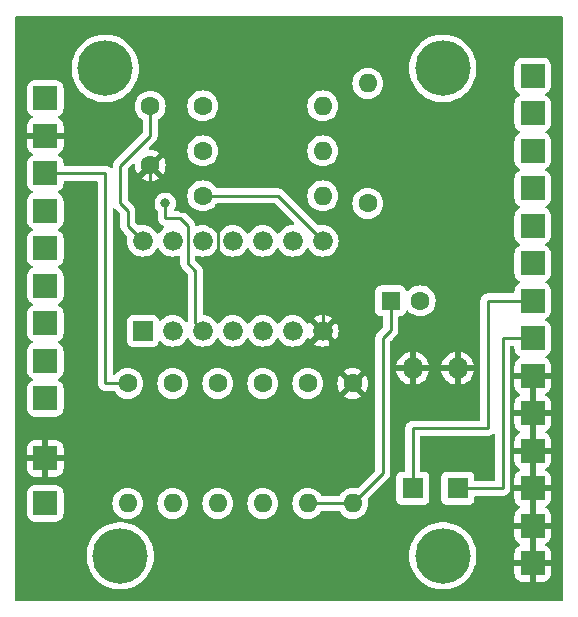
<source format=gbr>
%TF.GenerationSoftware,KiCad,Pcbnew,7.0.8*%
%TF.CreationDate,2023-10-24T07:18:53+02:00*%
%TF.ProjectId,convertisseur-video-atari-2600-secam-kit,636f6e76-6572-4746-9973-736575722d76,rev?*%
%TF.SameCoordinates,Original*%
%TF.FileFunction,Copper,L2,Bot*%
%TF.FilePolarity,Positive*%
%FSLAX46Y46*%
G04 Gerber Fmt 4.6, Leading zero omitted, Abs format (unit mm)*
G04 Created by KiCad (PCBNEW 7.0.8) date 2023-10-24 07:18:53*
%MOMM*%
%LPD*%
G01*
G04 APERTURE LIST*
G04 Aperture macros list*
%AMRoundRect*
0 Rectangle with rounded corners*
0 $1 Rounding radius*
0 $2 $3 $4 $5 $6 $7 $8 $9 X,Y pos of 4 corners*
0 Add a 4 corners polygon primitive as box body*
4,1,4,$2,$3,$4,$5,$6,$7,$8,$9,$2,$3,0*
0 Add four circle primitives for the rounded corners*
1,1,$1+$1,$2,$3*
1,1,$1+$1,$4,$5*
1,1,$1+$1,$6,$7*
1,1,$1+$1,$8,$9*
0 Add four rect primitives between the rounded corners*
20,1,$1+$1,$2,$3,$4,$5,0*
20,1,$1+$1,$4,$5,$6,$7,0*
20,1,$1+$1,$6,$7,$8,$9,0*
20,1,$1+$1,$8,$9,$2,$3,0*%
G04 Aperture macros list end*
%TA.AperFunction,ComponentPad*%
%ADD10R,1.600000X1.600000*%
%TD*%
%TA.AperFunction,ComponentPad*%
%ADD11C,1.600000*%
%TD*%
%TA.AperFunction,ComponentPad*%
%ADD12C,4.700000*%
%TD*%
%TA.AperFunction,ComponentPad*%
%ADD13RoundRect,0.250001X-0.799999X-0.799999X0.799999X-0.799999X0.799999X0.799999X-0.799999X0.799999X0*%
%TD*%
%TA.AperFunction,ComponentPad*%
%ADD14O,1.600000X1.600000*%
%TD*%
%TA.AperFunction,ComponentPad*%
%ADD15R,1.676400X1.676400*%
%TD*%
%TA.AperFunction,ComponentPad*%
%ADD16C,1.676400*%
%TD*%
%TA.AperFunction,ComponentPad*%
%ADD17R,1.800000X1.800000*%
%TD*%
%TA.AperFunction,ComponentPad*%
%ADD18O,1.800000X1.800000*%
%TD*%
%TA.AperFunction,ViaPad*%
%ADD19C,0.800000*%
%TD*%
%TA.AperFunction,Conductor*%
%ADD20C,0.250000*%
%TD*%
G04 APERTURE END LIST*
D10*
%TO.P,C2,1*%
%TO.N,Net-(C2-Pad1)*%
X111800000Y-100330000D03*
D11*
%TO.P,C2,2*%
%TO.N,/SCART_audio*%
X114300000Y-100330000D03*
%TD*%
D12*
%TO.P,H1,1*%
%TO.N,N/C*%
X87630000Y-80645000D03*
%TD*%
%TO.P,H3,1*%
%TO.N,N/C*%
X88900000Y-121920000D03*
%TD*%
D13*
%TO.P,P8,1,Pin_1*%
%TO.N,/TIA_audio*%
X82550000Y-105410000D03*
%TD*%
D11*
%TO.P,R9,1*%
%TO.N,+12V*%
X100965000Y-107315000D03*
D14*
%TO.P,R9,2*%
%TO.N,/SCART_comL*%
X100965000Y-117475000D03*
%TD*%
D13*
%TO.P,P1,1,Pin_1*%
%TO.N,+5V*%
X82550000Y-83185000D03*
%TD*%
%TO.P,P15,1,Pin_1*%
%TO.N,/SCART_audio*%
X123825000Y-97155000D03*
%TD*%
%TO.P,P24,1,Pin_1*%
%TO.N,GND*%
X82550000Y-113665000D03*
%TD*%
%TO.P,P3,1,Pin_1*%
%TO.N,GND*%
X82550000Y-86360000D03*
%TD*%
D11*
%TO.P,R8,1*%
%TO.N,+12V*%
X97155000Y-107315000D03*
D14*
%TO.P,R8,2*%
%TO.N,/SCART_blank*%
X97155000Y-117475000D03*
%TD*%
D13*
%TO.P,P17,1,Pin_1*%
%TO.N,GND*%
X123825000Y-106680000D03*
%TD*%
D11*
%TO.P,R6,1*%
%TO.N,GND*%
X108585000Y-107315000D03*
D14*
%TO.P,R6,2*%
%TO.N,Net-(C2-Pad1)*%
X108585000Y-117475000D03*
%TD*%
D11*
%TO.P,R3,1*%
%TO.N,Net-(U1-3Y)*%
X95885000Y-91440000D03*
D14*
%TO.P,R3,2*%
%TO.N,/SCART_R*%
X106045000Y-91440000D03*
%TD*%
D13*
%TO.P,P13,1,Pin_1*%
%TO.N,/SCART_comL*%
X123825000Y-100330000D03*
%TD*%
D12*
%TO.P,H4,1*%
%TO.N,N/C*%
X116205000Y-121920000D03*
%TD*%
D13*
%TO.P,P25,1,Pin_1*%
%TO.N,/TIA_audio*%
X82550000Y-108585000D03*
%TD*%
D15*
%TO.P,U1,1,1A*%
%TO.N,/TIA_lum0*%
X90805000Y-102870000D03*
D16*
%TO.P,U1,2,1B*%
X93345000Y-102870000D03*
%TO.P,U1,3,1Y*%
%TO.N,Net-(U1-1Y)*%
X95885000Y-102870000D03*
%TO.P,U1,4,2A*%
%TO.N,/TIA_lum2*%
X98425000Y-102870000D03*
%TO.P,U1,5,2B*%
X100965000Y-102870000D03*
%TO.P,U1,6,2Y*%
%TO.N,Net-(U1-2Y)*%
X103505000Y-102870000D03*
%TO.P,U1,7,GND*%
%TO.N,GND*%
X106045000Y-102870000D03*
%TO.P,U1,8,3Y*%
%TO.N,Net-(U1-3Y)*%
X106045000Y-95250000D03*
%TO.P,U1,9,3A*%
%TO.N,/TIA_lum1*%
X103505000Y-95250000D03*
%TO.P,U1,10,3B*%
X100965000Y-95250000D03*
%TO.P,U1,11,4Y*%
%TO.N,Net-(U1-4Y)*%
X98425000Y-95250000D03*
%TO.P,U1,12,4A*%
%TO.N,/TIA_synchro*%
X95885000Y-95250000D03*
%TO.P,U1,13,4B*%
X93345000Y-95250000D03*
%TO.P,U1,14,VCC*%
%TO.N,+5V*%
X90805000Y-95250000D03*
%TD*%
D13*
%TO.P,P22,1,Pin_1*%
%TO.N,GND*%
X123825000Y-122555000D03*
%TD*%
D11*
%TO.P,R5,1*%
%TO.N,/TIA_audio*%
X104775000Y-107315000D03*
D14*
%TO.P,R5,2*%
%TO.N,Net-(C2-Pad1)*%
X104775000Y-117475000D03*
%TD*%
D11*
%TO.P,R1,1*%
%TO.N,Net-(U1-1Y)*%
X95885000Y-87630000D03*
D14*
%TO.P,R1,2*%
%TO.N,/SCART_B*%
X106045000Y-87630000D03*
%TD*%
D11*
%TO.P,C1,1*%
%TO.N,GND*%
X91440000Y-88860000D03*
%TO.P,C1,2*%
%TO.N,+5V*%
X91440000Y-83860000D03*
%TD*%
D13*
%TO.P,P5,1,Pin_1*%
%TO.N,/TIA_lum1*%
X82550000Y-95885000D03*
%TD*%
%TO.P,P10,1,Pin_1*%
%TO.N,/SCART_V*%
X123825000Y-81280000D03*
%TD*%
%TO.P,P18,1,Pin_1*%
%TO.N,GND*%
X123825000Y-109855000D03*
%TD*%
%TO.P,P14,1,Pin_1*%
%TO.N,/SCART_blank*%
X123825000Y-103505000D03*
%TD*%
%TO.P,P7,1,Pin_1*%
%TO.N,/TIA_synchro*%
X82550000Y-92710000D03*
%TD*%
%TO.P,P19,1,Pin_1*%
%TO.N,GND*%
X123825000Y-113030000D03*
%TD*%
%TO.P,P16,1,Pin_1*%
%TO.N,/SCART_audio*%
X123825000Y-93980000D03*
%TD*%
%TO.P,P6,1,Pin_1*%
%TO.N,/TIA_lum2*%
X82550000Y-102235000D03*
%TD*%
D17*
%TO.P,D2,1,K*%
%TO.N,/SCART_comL*%
X113665000Y-116205000D03*
D18*
%TO.P,D2,2,A*%
%TO.N,GND*%
X113665000Y-106045000D03*
%TD*%
D11*
%TO.P,R4,1*%
%TO.N,Net-(U1-4Y)*%
X95885000Y-83820000D03*
D14*
%TO.P,R4,2*%
%TO.N,/SCART_SYNC*%
X106045000Y-83820000D03*
%TD*%
D13*
%TO.P,P2,1,Pin_1*%
%TO.N,+12V*%
X82550000Y-89535000D03*
%TD*%
%TO.P,P23,1,Pin_1*%
%TO.N,Net-(P23-Pin_1)*%
X82550000Y-117475000D03*
%TD*%
%TO.P,P4,1,Pin_1*%
%TO.N,/TIA_lum0*%
X82550000Y-99060000D03*
%TD*%
D17*
%TO.P,D1,1,K*%
%TO.N,/SCART_blank*%
X117475000Y-116205000D03*
D18*
%TO.P,D1,2,A*%
%TO.N,GND*%
X117475000Y-106045000D03*
%TD*%
D11*
%TO.P,R2,1*%
%TO.N,Net-(U1-2Y)*%
X109855000Y-92075000D03*
D14*
%TO.P,R2,2*%
%TO.N,/SCART_V*%
X109855000Y-81915000D03*
%TD*%
D13*
%TO.P,P11,1,Pin_1*%
%TO.N,/SCART_B*%
X123825000Y-87630000D03*
%TD*%
%TO.P,P9,1,Pin_1*%
%TO.N,/SCART_R*%
X123825000Y-90805000D03*
%TD*%
%TO.P,P20,1,Pin_1*%
%TO.N,GND*%
X123825000Y-116205000D03*
%TD*%
%TO.P,P21,1,Pin_1*%
%TO.N,GND*%
X123825000Y-119380000D03*
%TD*%
D12*
%TO.P,H2,1*%
%TO.N,N/C*%
X116205000Y-80645000D03*
%TD*%
D13*
%TO.P,P12,1,Pin_1*%
%TO.N,/SCART_SYNC*%
X123825000Y-84455000D03*
%TD*%
D11*
%TO.P,R10,1*%
%TO.N,+12V*%
X89535000Y-107315000D03*
D14*
%TO.P,R10,2*%
%TO.N,Net-(P23-Pin_1)*%
X89535000Y-117475000D03*
%TD*%
D11*
%TO.P,R7,1*%
%TO.N,+12V*%
X93345000Y-107315000D03*
D14*
%TO.P,R7,2*%
%TO.N,/SCART_blank*%
X93345000Y-117475000D03*
%TD*%
D19*
%TO.N,Net-(U1-1Y)*%
X92710000Y-92075000D03*
%TD*%
D20*
%TO.N,GND*%
X97155000Y-100330000D02*
X106045000Y-100330000D01*
X93980000Y-92710000D02*
X95250000Y-92710000D01*
X106045000Y-100330000D02*
X106045000Y-102870000D01*
X91440000Y-88860000D02*
X91440000Y-90805000D01*
X106045000Y-113665000D02*
X106680000Y-113030000D01*
X106680000Y-113030000D02*
X106680000Y-103505000D01*
X96520000Y-93980000D02*
X97155000Y-93980000D01*
X97155000Y-93980000D02*
X97155000Y-100330000D01*
X91440000Y-90805000D02*
X93980000Y-90805000D01*
X95250000Y-92710000D02*
X96520000Y-93980000D01*
X106680000Y-103505000D02*
X106045000Y-102870000D01*
X82550000Y-113665000D02*
X106045000Y-113665000D01*
X93980000Y-90805000D02*
X93980000Y-92710000D01*
%TO.N,+5V*%
X89535000Y-92710000D02*
X89535000Y-93980000D01*
X88900000Y-92075000D02*
X89535000Y-92710000D01*
X91440000Y-86360000D02*
X91438604Y-86360000D01*
X91438604Y-86360000D02*
X88900000Y-88898604D01*
X88900000Y-88898604D02*
X88900000Y-92075000D01*
X89535000Y-93980000D02*
X90805000Y-95250000D01*
X91440000Y-83860000D02*
X91440000Y-86360000D01*
%TO.N,Net-(C2-Pad1)*%
X111800000Y-100330000D02*
X111800000Y-102830000D01*
X111800000Y-102830000D02*
X111125000Y-103505000D01*
X111125000Y-103505000D02*
X111125000Y-114935000D01*
X111125000Y-114935000D02*
X108585000Y-117475000D01*
X104775000Y-117475000D02*
X108585000Y-117475000D01*
%TO.N,/SCART_blank*%
X121285000Y-116205000D02*
X117475000Y-116205000D01*
X123825000Y-103505000D02*
X121285000Y-103505000D01*
X121285000Y-103505000D02*
X121285000Y-116205000D01*
%TO.N,/SCART_comL*%
X123825000Y-100330000D02*
X120015000Y-100330000D01*
X120015000Y-111125000D02*
X113665000Y-111125000D01*
X113665000Y-111125000D02*
X113665000Y-116205000D01*
X120015000Y-100330000D02*
X120015000Y-111125000D01*
%TO.N,+12V*%
X87630000Y-107315000D02*
X89535000Y-107315000D01*
X82550000Y-89535000D02*
X87630000Y-89535000D01*
X87630000Y-89535000D02*
X87630000Y-107315000D01*
%TO.N,Net-(U1-1Y)*%
X92710000Y-92075000D02*
X92710000Y-93345000D01*
X94615000Y-97155000D02*
X95250000Y-97790000D01*
X92710000Y-93345000D02*
X93980000Y-93345000D01*
X95250000Y-97790000D02*
X95250000Y-102235000D01*
X95250000Y-102235000D02*
X95885000Y-102870000D01*
X94615000Y-93980000D02*
X94615000Y-97155000D01*
X93980000Y-93345000D02*
X94615000Y-93980000D01*
%TO.N,Net-(U1-3Y)*%
X102235000Y-91440000D02*
X106045000Y-95250000D01*
X95885000Y-91440000D02*
X102235000Y-91440000D01*
%TD*%
%TA.AperFunction,Conductor*%
%TO.N,GND*%
G36*
X124075000Y-122063316D02*
G01*
X124046181Y-122045791D01*
X123900596Y-122005000D01*
X123787378Y-122005000D01*
X123675217Y-122020416D01*
X123575000Y-122063946D01*
X123575000Y-119871683D01*
X123603819Y-119889209D01*
X123749404Y-119930000D01*
X123862622Y-119930000D01*
X123974783Y-119914584D01*
X124075000Y-119871053D01*
X124075000Y-122063316D01*
G37*
%TD.AperFunction*%
%TA.AperFunction,Conductor*%
G36*
X124075000Y-118888316D02*
G01*
X124046181Y-118870791D01*
X123900596Y-118830000D01*
X123787378Y-118830000D01*
X123675217Y-118845416D01*
X123575000Y-118888946D01*
X123575000Y-116696683D01*
X123603819Y-116714209D01*
X123749404Y-116755000D01*
X123862622Y-116755000D01*
X123974783Y-116739584D01*
X124075000Y-116696053D01*
X124075000Y-118888316D01*
G37*
%TD.AperFunction*%
%TA.AperFunction,Conductor*%
G36*
X124075000Y-115713316D02*
G01*
X124046181Y-115695791D01*
X123900596Y-115655000D01*
X123787378Y-115655000D01*
X123675217Y-115670416D01*
X123575000Y-115713946D01*
X123575000Y-113521683D01*
X123603819Y-113539209D01*
X123749404Y-113580000D01*
X123862622Y-113580000D01*
X123974783Y-113564584D01*
X124075000Y-113521053D01*
X124075000Y-115713316D01*
G37*
%TD.AperFunction*%
%TA.AperFunction,Conductor*%
G36*
X124075000Y-112538316D02*
G01*
X124046181Y-112520791D01*
X123900596Y-112480000D01*
X123787378Y-112480000D01*
X123675217Y-112495416D01*
X123575000Y-112538946D01*
X123575000Y-110346683D01*
X123603819Y-110364209D01*
X123749404Y-110405000D01*
X123862622Y-110405000D01*
X123974783Y-110389584D01*
X124075000Y-110346053D01*
X124075000Y-112538316D01*
G37*
%TD.AperFunction*%
%TA.AperFunction,Conductor*%
G36*
X124075000Y-109363316D02*
G01*
X124046181Y-109345791D01*
X123900596Y-109305000D01*
X123787378Y-109305000D01*
X123675217Y-109320416D01*
X123575000Y-109363946D01*
X123575000Y-107171683D01*
X123603819Y-107189209D01*
X123749404Y-107230000D01*
X123862622Y-107230000D01*
X123974783Y-107214584D01*
X124075000Y-107171053D01*
X124075000Y-109363316D01*
G37*
%TD.AperFunction*%
%TA.AperFunction,Conductor*%
G36*
X126307539Y-76220185D02*
G01*
X126353294Y-76272989D01*
X126364500Y-76324500D01*
X126364500Y-125605500D01*
X126344815Y-125672539D01*
X126292011Y-125718294D01*
X126240500Y-125729500D01*
X80134500Y-125729500D01*
X80067461Y-125709815D01*
X80021706Y-125657011D01*
X80010500Y-125605500D01*
X80010500Y-121920003D01*
X86044669Y-121920003D01*
X86063976Y-122251484D01*
X86063977Y-122251495D01*
X86121631Y-122578467D01*
X86121634Y-122578481D01*
X86121635Y-122578485D01*
X86142578Y-122648439D01*
X86216866Y-122896580D01*
X86348379Y-123201461D01*
X86348385Y-123201474D01*
X86514406Y-123489031D01*
X86712678Y-123755356D01*
X86712683Y-123755362D01*
X86712690Y-123755371D01*
X86940553Y-123996893D01*
X87069391Y-124105000D01*
X87194912Y-124210325D01*
X87194920Y-124210331D01*
X87472330Y-124392787D01*
X87472334Y-124392789D01*
X87769061Y-124541811D01*
X88081082Y-124655377D01*
X88081088Y-124655378D01*
X88081090Y-124655379D01*
X88404161Y-124731949D01*
X88404168Y-124731950D01*
X88404177Y-124731952D01*
X88733977Y-124770500D01*
X88733984Y-124770500D01*
X89066016Y-124770500D01*
X89066023Y-124770500D01*
X89395823Y-124731952D01*
X89395832Y-124731949D01*
X89395838Y-124731949D01*
X89656445Y-124670183D01*
X89718918Y-124655377D01*
X90030939Y-124541811D01*
X90327666Y-124392789D01*
X90605085Y-124210327D01*
X90859447Y-123996893D01*
X91087310Y-123755371D01*
X91285594Y-123489030D01*
X91451617Y-123201470D01*
X91583133Y-122896581D01*
X91678365Y-122578485D01*
X91736024Y-122251484D01*
X91755331Y-121920003D01*
X113349669Y-121920003D01*
X113368976Y-122251484D01*
X113368977Y-122251495D01*
X113426631Y-122578467D01*
X113426634Y-122578481D01*
X113426635Y-122578485D01*
X113447578Y-122648439D01*
X113521866Y-122896580D01*
X113653379Y-123201461D01*
X113653385Y-123201474D01*
X113819406Y-123489031D01*
X114017678Y-123755356D01*
X114017683Y-123755362D01*
X114017690Y-123755371D01*
X114245553Y-123996893D01*
X114374391Y-124105000D01*
X114499912Y-124210325D01*
X114499920Y-124210331D01*
X114777330Y-124392787D01*
X114777334Y-124392789D01*
X115074061Y-124541811D01*
X115386082Y-124655377D01*
X115386088Y-124655378D01*
X115386090Y-124655379D01*
X115709161Y-124731949D01*
X115709168Y-124731950D01*
X115709177Y-124731952D01*
X116038977Y-124770500D01*
X116038984Y-124770500D01*
X116371016Y-124770500D01*
X116371023Y-124770500D01*
X116700823Y-124731952D01*
X116700832Y-124731949D01*
X116700838Y-124731949D01*
X116961445Y-124670183D01*
X117023918Y-124655377D01*
X117335939Y-124541811D01*
X117632666Y-124392789D01*
X117910085Y-124210327D01*
X118164447Y-123996893D01*
X118392310Y-123755371D01*
X118590594Y-123489030D01*
X118756617Y-123201470D01*
X118888133Y-122896581D01*
X118983365Y-122578485D01*
X119041024Y-122251484D01*
X119060331Y-121920000D01*
X119041024Y-121588516D01*
X119014109Y-121435876D01*
X118983368Y-121261532D01*
X118983367Y-121261531D01*
X118983365Y-121261515D01*
X118888133Y-120943419D01*
X118756617Y-120638530D01*
X118590594Y-120350970D01*
X118590593Y-120350968D01*
X118392321Y-120084643D01*
X118392314Y-120084635D01*
X118392310Y-120084629D01*
X118164447Y-119843107D01*
X117994084Y-119700156D01*
X117910087Y-119629674D01*
X117910079Y-119629668D01*
X117632669Y-119447212D01*
X117335946Y-119298192D01*
X117335940Y-119298189D01*
X117023930Y-119184627D01*
X117023909Y-119184620D01*
X116700838Y-119108050D01*
X116700823Y-119108048D01*
X116371023Y-119069500D01*
X116038977Y-119069500D01*
X115750402Y-119103229D01*
X115709176Y-119108048D01*
X115709161Y-119108050D01*
X115386090Y-119184620D01*
X115386069Y-119184627D01*
X115074059Y-119298189D01*
X115074053Y-119298192D01*
X114777330Y-119447212D01*
X114499920Y-119629668D01*
X114499912Y-119629674D01*
X114345867Y-119758934D01*
X114245553Y-119843107D01*
X114017690Y-120084629D01*
X114017687Y-120084632D01*
X114017685Y-120084635D01*
X114017678Y-120084643D01*
X113819406Y-120350968D01*
X113653385Y-120638525D01*
X113653379Y-120638538D01*
X113521866Y-120943419D01*
X113426634Y-121261518D01*
X113426631Y-121261532D01*
X113368977Y-121588504D01*
X113368976Y-121588515D01*
X113349669Y-121919996D01*
X113349669Y-121920003D01*
X91755331Y-121920003D01*
X91755331Y-121920000D01*
X91736024Y-121588516D01*
X91709109Y-121435876D01*
X91678368Y-121261532D01*
X91678367Y-121261531D01*
X91678365Y-121261515D01*
X91583133Y-120943419D01*
X91451617Y-120638530D01*
X91285594Y-120350970D01*
X91285593Y-120350968D01*
X91087321Y-120084643D01*
X91087314Y-120084635D01*
X91087310Y-120084629D01*
X90859447Y-119843107D01*
X90689084Y-119700156D01*
X90605087Y-119629674D01*
X90605079Y-119629668D01*
X90327669Y-119447212D01*
X90030946Y-119298192D01*
X90030940Y-119298189D01*
X89718930Y-119184627D01*
X89718909Y-119184620D01*
X89395838Y-119108050D01*
X89395823Y-119108048D01*
X89066023Y-119069500D01*
X88733977Y-119069500D01*
X88445402Y-119103229D01*
X88404176Y-119108048D01*
X88404161Y-119108050D01*
X88081090Y-119184620D01*
X88081069Y-119184627D01*
X87769059Y-119298189D01*
X87769053Y-119298192D01*
X87472330Y-119447212D01*
X87194920Y-119629668D01*
X87194912Y-119629674D01*
X87040867Y-119758934D01*
X86940553Y-119843107D01*
X86712690Y-120084629D01*
X86712687Y-120084632D01*
X86712685Y-120084635D01*
X86712678Y-120084643D01*
X86514406Y-120350968D01*
X86348385Y-120638525D01*
X86348379Y-120638538D01*
X86216866Y-120943419D01*
X86121634Y-121261518D01*
X86121631Y-121261532D01*
X86063977Y-121588504D01*
X86063976Y-121588515D01*
X86044669Y-121919996D01*
X86044669Y-121920003D01*
X80010500Y-121920003D01*
X80010500Y-118325015D01*
X80999500Y-118325015D01*
X81010000Y-118427795D01*
X81010001Y-118427797D01*
X81025658Y-118475047D01*
X81065186Y-118594335D01*
X81065187Y-118594337D01*
X81157286Y-118743651D01*
X81157289Y-118743655D01*
X81281344Y-118867710D01*
X81281348Y-118867713D01*
X81430662Y-118959812D01*
X81430664Y-118959813D01*
X81430666Y-118959814D01*
X81597203Y-119014999D01*
X81699992Y-119025500D01*
X81699997Y-119025500D01*
X83400003Y-119025500D01*
X83400008Y-119025500D01*
X83502797Y-119014999D01*
X83669334Y-118959814D01*
X83818655Y-118867711D01*
X83942711Y-118743655D01*
X84034814Y-118594334D01*
X84089999Y-118427797D01*
X84100500Y-118325008D01*
X84100500Y-117475001D01*
X88229532Y-117475001D01*
X88249364Y-117701686D01*
X88249366Y-117701697D01*
X88308258Y-117921488D01*
X88308261Y-117921497D01*
X88404431Y-118127732D01*
X88404432Y-118127734D01*
X88534954Y-118314141D01*
X88695858Y-118475045D01*
X88695861Y-118475047D01*
X88882266Y-118605568D01*
X89088504Y-118701739D01*
X89308308Y-118760635D01*
X89470230Y-118774801D01*
X89534998Y-118780468D01*
X89535000Y-118780468D01*
X89535002Y-118780468D01*
X89591673Y-118775509D01*
X89761692Y-118760635D01*
X89981496Y-118701739D01*
X90187734Y-118605568D01*
X90374139Y-118475047D01*
X90535047Y-118314139D01*
X90665568Y-118127734D01*
X90761739Y-117921496D01*
X90820635Y-117701692D01*
X90840468Y-117475001D01*
X92039532Y-117475001D01*
X92059364Y-117701686D01*
X92059366Y-117701697D01*
X92118258Y-117921488D01*
X92118261Y-117921497D01*
X92214431Y-118127732D01*
X92214432Y-118127734D01*
X92344954Y-118314141D01*
X92505858Y-118475045D01*
X92505861Y-118475047D01*
X92692266Y-118605568D01*
X92898504Y-118701739D01*
X93118308Y-118760635D01*
X93280230Y-118774801D01*
X93344998Y-118780468D01*
X93345000Y-118780468D01*
X93345002Y-118780468D01*
X93401673Y-118775509D01*
X93571692Y-118760635D01*
X93791496Y-118701739D01*
X93997734Y-118605568D01*
X94184139Y-118475047D01*
X94345047Y-118314139D01*
X94475568Y-118127734D01*
X94571739Y-117921496D01*
X94630635Y-117701692D01*
X94650468Y-117475001D01*
X95849532Y-117475001D01*
X95869364Y-117701686D01*
X95869366Y-117701697D01*
X95928258Y-117921488D01*
X95928261Y-117921497D01*
X96024431Y-118127732D01*
X96024432Y-118127734D01*
X96154954Y-118314141D01*
X96315858Y-118475045D01*
X96315861Y-118475047D01*
X96502266Y-118605568D01*
X96708504Y-118701739D01*
X96928308Y-118760635D01*
X97090230Y-118774801D01*
X97154998Y-118780468D01*
X97155000Y-118780468D01*
X97155002Y-118780468D01*
X97211673Y-118775509D01*
X97381692Y-118760635D01*
X97601496Y-118701739D01*
X97807734Y-118605568D01*
X97994139Y-118475047D01*
X98155047Y-118314139D01*
X98285568Y-118127734D01*
X98381739Y-117921496D01*
X98440635Y-117701692D01*
X98460468Y-117475001D01*
X99659532Y-117475001D01*
X99679364Y-117701686D01*
X99679366Y-117701697D01*
X99738258Y-117921488D01*
X99738261Y-117921497D01*
X99834431Y-118127732D01*
X99834432Y-118127734D01*
X99964954Y-118314141D01*
X100125858Y-118475045D01*
X100125861Y-118475047D01*
X100312266Y-118605568D01*
X100518504Y-118701739D01*
X100738308Y-118760635D01*
X100900230Y-118774801D01*
X100964998Y-118780468D01*
X100965000Y-118780468D01*
X100965002Y-118780468D01*
X101021673Y-118775509D01*
X101191692Y-118760635D01*
X101411496Y-118701739D01*
X101617734Y-118605568D01*
X101804139Y-118475047D01*
X101965047Y-118314139D01*
X102095568Y-118127734D01*
X102191739Y-117921496D01*
X102250635Y-117701692D01*
X102270468Y-117475001D01*
X103469532Y-117475001D01*
X103489364Y-117701686D01*
X103489366Y-117701697D01*
X103548258Y-117921488D01*
X103548261Y-117921497D01*
X103644431Y-118127732D01*
X103644432Y-118127734D01*
X103774954Y-118314141D01*
X103935858Y-118475045D01*
X103935861Y-118475047D01*
X104122266Y-118605568D01*
X104328504Y-118701739D01*
X104548308Y-118760635D01*
X104710230Y-118774801D01*
X104774998Y-118780468D01*
X104775000Y-118780468D01*
X104775002Y-118780468D01*
X104831673Y-118775509D01*
X105001692Y-118760635D01*
X105221496Y-118701739D01*
X105427734Y-118605568D01*
X105614139Y-118475047D01*
X105775047Y-118314139D01*
X105887613Y-118153377D01*
X105942189Y-118109752D01*
X105989188Y-118100500D01*
X107370812Y-118100500D01*
X107437851Y-118120185D01*
X107472387Y-118153377D01*
X107584954Y-118314141D01*
X107745858Y-118475045D01*
X107745861Y-118475047D01*
X107932266Y-118605568D01*
X108138504Y-118701739D01*
X108358308Y-118760635D01*
X108520230Y-118774801D01*
X108584998Y-118780468D01*
X108585000Y-118780468D01*
X108585002Y-118780468D01*
X108641673Y-118775509D01*
X108811692Y-118760635D01*
X109031496Y-118701739D01*
X109237734Y-118605568D01*
X109424139Y-118475047D01*
X109585047Y-118314139D01*
X109715568Y-118127734D01*
X109811739Y-117921496D01*
X109870635Y-117701692D01*
X109890468Y-117475000D01*
X109889378Y-117462546D01*
X109877268Y-117324123D01*
X109870635Y-117248308D01*
X109852318Y-117179948D01*
X109852963Y-117152870D01*
X112264500Y-117152870D01*
X112264501Y-117152876D01*
X112270908Y-117212483D01*
X112321202Y-117347328D01*
X112321206Y-117347335D01*
X112407452Y-117462544D01*
X112407455Y-117462547D01*
X112522664Y-117548793D01*
X112522671Y-117548797D01*
X112657517Y-117599091D01*
X112657516Y-117599091D01*
X112664444Y-117599835D01*
X112717127Y-117605500D01*
X114612872Y-117605499D01*
X114672483Y-117599091D01*
X114807331Y-117548796D01*
X114922546Y-117462546D01*
X115008796Y-117347331D01*
X115059091Y-117212483D01*
X115065500Y-117152873D01*
X115065499Y-115257128D01*
X115059091Y-115197517D01*
X115047744Y-115167095D01*
X115008797Y-115062671D01*
X115008793Y-115062664D01*
X114922547Y-114947455D01*
X114922544Y-114947452D01*
X114807335Y-114861206D01*
X114807328Y-114861202D01*
X114672482Y-114810908D01*
X114672483Y-114810908D01*
X114612883Y-114804501D01*
X114612881Y-114804500D01*
X114612873Y-114804500D01*
X114612865Y-114804500D01*
X114414500Y-114804500D01*
X114347461Y-114784815D01*
X114301706Y-114732011D01*
X114290500Y-114680500D01*
X114290500Y-111874500D01*
X114310185Y-111807461D01*
X114362989Y-111761706D01*
X114414500Y-111750500D01*
X119944153Y-111750500D01*
X119967385Y-111752696D01*
X119968989Y-111753001D01*
X119975412Y-111754227D01*
X120032724Y-111750621D01*
X120036597Y-111750500D01*
X120054342Y-111750500D01*
X120054350Y-111750500D01*
X120071990Y-111748271D01*
X120075807Y-111747910D01*
X120133138Y-111744304D01*
X120140905Y-111741780D01*
X120163680Y-111736688D01*
X120171792Y-111735664D01*
X120225195Y-111714519D01*
X120228835Y-111713209D01*
X120283441Y-111695467D01*
X120290337Y-111691090D01*
X120311133Y-111680494D01*
X120318732Y-111677486D01*
X120365191Y-111643730D01*
X120368390Y-111641555D01*
X120416877Y-111610786D01*
X120422466Y-111604833D01*
X120439979Y-111589394D01*
X120446587Y-111584594D01*
X120446590Y-111584589D01*
X120450615Y-111580811D01*
X120512959Y-111549268D01*
X120582460Y-111556438D01*
X120637051Y-111600045D01*
X120659401Y-111666243D01*
X120659500Y-111671202D01*
X120659500Y-115455500D01*
X120639815Y-115522539D01*
X120587011Y-115568294D01*
X120535500Y-115579500D01*
X118999499Y-115579500D01*
X118932460Y-115559815D01*
X118886705Y-115507011D01*
X118875499Y-115455500D01*
X118875499Y-115257129D01*
X118875498Y-115257123D01*
X118875497Y-115257116D01*
X118869091Y-115197517D01*
X118857744Y-115167095D01*
X118818797Y-115062671D01*
X118818793Y-115062664D01*
X118732547Y-114947455D01*
X118732544Y-114947452D01*
X118617335Y-114861206D01*
X118617328Y-114861202D01*
X118482482Y-114810908D01*
X118482483Y-114810908D01*
X118422883Y-114804501D01*
X118422881Y-114804500D01*
X118422873Y-114804500D01*
X118422864Y-114804500D01*
X116527129Y-114804500D01*
X116527123Y-114804501D01*
X116467516Y-114810908D01*
X116332671Y-114861202D01*
X116332664Y-114861206D01*
X116217455Y-114947452D01*
X116217452Y-114947455D01*
X116131206Y-115062664D01*
X116131202Y-115062671D01*
X116080908Y-115197517D01*
X116075018Y-115252310D01*
X116074501Y-115257123D01*
X116074500Y-115257135D01*
X116074500Y-117152870D01*
X116074501Y-117152876D01*
X116080908Y-117212483D01*
X116131202Y-117347328D01*
X116131206Y-117347335D01*
X116217452Y-117462544D01*
X116217455Y-117462547D01*
X116332664Y-117548793D01*
X116332671Y-117548797D01*
X116467517Y-117599091D01*
X116467516Y-117599091D01*
X116474444Y-117599835D01*
X116527127Y-117605500D01*
X118422872Y-117605499D01*
X118482483Y-117599091D01*
X118617331Y-117548796D01*
X118732546Y-117462546D01*
X118818796Y-117347331D01*
X118869091Y-117212483D01*
X118875500Y-117152873D01*
X118875500Y-116954500D01*
X118895185Y-116887461D01*
X118947989Y-116841706D01*
X118999500Y-116830500D01*
X121214153Y-116830500D01*
X121237385Y-116832696D01*
X121238989Y-116833001D01*
X121245412Y-116834227D01*
X121302724Y-116830621D01*
X121306597Y-116830500D01*
X121324342Y-116830500D01*
X121324350Y-116830500D01*
X121341990Y-116828271D01*
X121345807Y-116827910D01*
X121403138Y-116824304D01*
X121410905Y-116821780D01*
X121433680Y-116816688D01*
X121441792Y-116815664D01*
X121495195Y-116794519D01*
X121498835Y-116793209D01*
X121553441Y-116775467D01*
X121560337Y-116771090D01*
X121581133Y-116760494D01*
X121588732Y-116757486D01*
X121635191Y-116723730D01*
X121638390Y-116721555D01*
X121686877Y-116690786D01*
X121692466Y-116684833D01*
X121709979Y-116669394D01*
X121716587Y-116664594D01*
X121753190Y-116620347D01*
X121755736Y-116617457D01*
X121795062Y-116575582D01*
X121798998Y-116568421D01*
X121812119Y-116549114D01*
X121817324Y-116542823D01*
X121841769Y-116490874D01*
X121843528Y-116487419D01*
X121871197Y-116437092D01*
X121873227Y-116429181D01*
X121881135Y-116407218D01*
X121884614Y-116399826D01*
X121895377Y-116343401D01*
X121896210Y-116339670D01*
X121910500Y-116284019D01*
X121910500Y-116275844D01*
X121912697Y-116252606D01*
X121914227Y-116244588D01*
X121910621Y-116187275D01*
X121910500Y-116183403D01*
X121910500Y-104254500D01*
X121930185Y-104187461D01*
X121982989Y-104141706D01*
X122034500Y-104130500D01*
X122150500Y-104130500D01*
X122217539Y-104150185D01*
X122263294Y-104202989D01*
X122274500Y-104254500D01*
X122274500Y-104355015D01*
X122285000Y-104457795D01*
X122285001Y-104457796D01*
X122340186Y-104624335D01*
X122340187Y-104624337D01*
X122432286Y-104773651D01*
X122432289Y-104773655D01*
X122556344Y-104897710D01*
X122556348Y-104897713D01*
X122701517Y-104987255D01*
X122748242Y-105039203D01*
X122759463Y-105108165D01*
X122731620Y-105172247D01*
X122701517Y-105198331D01*
X122556660Y-105287680D01*
X122556656Y-105287683D01*
X122432684Y-105411655D01*
X122340643Y-105560876D01*
X122340641Y-105560881D01*
X122285494Y-105727303D01*
X122285493Y-105727310D01*
X122275000Y-105830014D01*
X122275000Y-106430000D01*
X123330148Y-106430000D01*
X123281441Y-106567047D01*
X123271123Y-106717886D01*
X123301884Y-106865915D01*
X123335090Y-106930000D01*
X122275000Y-106930000D01*
X122275000Y-107529985D01*
X122285493Y-107632689D01*
X122285494Y-107632696D01*
X122340641Y-107799118D01*
X122340643Y-107799123D01*
X122432684Y-107948344D01*
X122556655Y-108072315D01*
X122701993Y-108161961D01*
X122748718Y-108213909D01*
X122759939Y-108282872D01*
X122732096Y-108346954D01*
X122701993Y-108373039D01*
X122556655Y-108462684D01*
X122432684Y-108586655D01*
X122340643Y-108735876D01*
X122340641Y-108735881D01*
X122285494Y-108902303D01*
X122285493Y-108902310D01*
X122275000Y-109005014D01*
X122275000Y-109605000D01*
X123330148Y-109605000D01*
X123281441Y-109742047D01*
X123271123Y-109892886D01*
X123301884Y-110040915D01*
X123335090Y-110105000D01*
X122275000Y-110105000D01*
X122275000Y-110704985D01*
X122285493Y-110807689D01*
X122285494Y-110807696D01*
X122340641Y-110974118D01*
X122340643Y-110974123D01*
X122432684Y-111123344D01*
X122556655Y-111247315D01*
X122701993Y-111336961D01*
X122748718Y-111388909D01*
X122759939Y-111457872D01*
X122732096Y-111521954D01*
X122701993Y-111548039D01*
X122556655Y-111637684D01*
X122432684Y-111761655D01*
X122340643Y-111910876D01*
X122340641Y-111910881D01*
X122285494Y-112077303D01*
X122285493Y-112077310D01*
X122275000Y-112180014D01*
X122275000Y-112780000D01*
X123330148Y-112780000D01*
X123281441Y-112917047D01*
X123271123Y-113067886D01*
X123301884Y-113215915D01*
X123335090Y-113280000D01*
X122275000Y-113280000D01*
X122275000Y-113879985D01*
X122285493Y-113982689D01*
X122285494Y-113982696D01*
X122340641Y-114149118D01*
X122340643Y-114149123D01*
X122432684Y-114298344D01*
X122556655Y-114422315D01*
X122701993Y-114511961D01*
X122748718Y-114563909D01*
X122759939Y-114632872D01*
X122732096Y-114696954D01*
X122701993Y-114723039D01*
X122556655Y-114812684D01*
X122432684Y-114936655D01*
X122340643Y-115085876D01*
X122340641Y-115085881D01*
X122285494Y-115252303D01*
X122285493Y-115252310D01*
X122275000Y-115355014D01*
X122275000Y-115955000D01*
X123330148Y-115955000D01*
X123281441Y-116092047D01*
X123271123Y-116242886D01*
X123301884Y-116390915D01*
X123335090Y-116455000D01*
X122275000Y-116455000D01*
X122275000Y-117054985D01*
X122285493Y-117157689D01*
X122285494Y-117157696D01*
X122340641Y-117324118D01*
X122340643Y-117324123D01*
X122432684Y-117473344D01*
X122556655Y-117597315D01*
X122701993Y-117686961D01*
X122748718Y-117738909D01*
X122759939Y-117807872D01*
X122732096Y-117871954D01*
X122701993Y-117898039D01*
X122556655Y-117987684D01*
X122432684Y-118111655D01*
X122340643Y-118260876D01*
X122340641Y-118260881D01*
X122285494Y-118427303D01*
X122285493Y-118427310D01*
X122275000Y-118530014D01*
X122275000Y-119130000D01*
X123330148Y-119130000D01*
X123281441Y-119267047D01*
X123271123Y-119417886D01*
X123301884Y-119565915D01*
X123335090Y-119630000D01*
X122275000Y-119630000D01*
X122275000Y-120229985D01*
X122285493Y-120332689D01*
X122285494Y-120332696D01*
X122340641Y-120499118D01*
X122340643Y-120499123D01*
X122432684Y-120648344D01*
X122556655Y-120772315D01*
X122701993Y-120861961D01*
X122748718Y-120913909D01*
X122759939Y-120982872D01*
X122732096Y-121046954D01*
X122701993Y-121073039D01*
X122556655Y-121162684D01*
X122432684Y-121286655D01*
X122340643Y-121435876D01*
X122340641Y-121435881D01*
X122285494Y-121602303D01*
X122285493Y-121602310D01*
X122275000Y-121705014D01*
X122275000Y-122305000D01*
X123330148Y-122305000D01*
X123281441Y-122442047D01*
X123271123Y-122592886D01*
X123301884Y-122740915D01*
X123335090Y-122805000D01*
X122275000Y-122805000D01*
X122275000Y-123404985D01*
X122285493Y-123507689D01*
X122285494Y-123507696D01*
X122340641Y-123674118D01*
X122340643Y-123674123D01*
X122432684Y-123823344D01*
X122556655Y-123947315D01*
X122705876Y-124039356D01*
X122705881Y-124039358D01*
X122872303Y-124094505D01*
X122872310Y-124094506D01*
X122975014Y-124104999D01*
X122975027Y-124105000D01*
X123575000Y-124105000D01*
X123575000Y-123046683D01*
X123603819Y-123064209D01*
X123749404Y-123105000D01*
X123862622Y-123105000D01*
X123974783Y-123089584D01*
X124075000Y-123046053D01*
X124075000Y-124105000D01*
X124674973Y-124105000D01*
X124674985Y-124104999D01*
X124777689Y-124094506D01*
X124777696Y-124094505D01*
X124944118Y-124039358D01*
X124944123Y-124039356D01*
X125093344Y-123947315D01*
X125217315Y-123823344D01*
X125309356Y-123674123D01*
X125309358Y-123674118D01*
X125364505Y-123507696D01*
X125364506Y-123507689D01*
X125374999Y-123404985D01*
X125375000Y-123404972D01*
X125375000Y-122805000D01*
X124319852Y-122805000D01*
X124368559Y-122667953D01*
X124378877Y-122517114D01*
X124348116Y-122369085D01*
X124314910Y-122305000D01*
X125375000Y-122305000D01*
X125375000Y-121705027D01*
X125374999Y-121705014D01*
X125364506Y-121602310D01*
X125364505Y-121602303D01*
X125309358Y-121435881D01*
X125309356Y-121435876D01*
X125217315Y-121286655D01*
X125093344Y-121162684D01*
X124948006Y-121073039D01*
X124901282Y-121021091D01*
X124890059Y-120952128D01*
X124917903Y-120888046D01*
X124948006Y-120861961D01*
X125093344Y-120772315D01*
X125217315Y-120648344D01*
X125309356Y-120499123D01*
X125309358Y-120499118D01*
X125364505Y-120332696D01*
X125364506Y-120332689D01*
X125374999Y-120229985D01*
X125375000Y-120229972D01*
X125375000Y-119630000D01*
X124319852Y-119630000D01*
X124368559Y-119492953D01*
X124378877Y-119342114D01*
X124348116Y-119194085D01*
X124314910Y-119130000D01*
X125375000Y-119130000D01*
X125375000Y-118530027D01*
X125374999Y-118530014D01*
X125364506Y-118427310D01*
X125364505Y-118427303D01*
X125309358Y-118260881D01*
X125309356Y-118260876D01*
X125217315Y-118111655D01*
X125093344Y-117987684D01*
X124948006Y-117898039D01*
X124901282Y-117846091D01*
X124890059Y-117777128D01*
X124917903Y-117713046D01*
X124948006Y-117686961D01*
X125093344Y-117597315D01*
X125217315Y-117473344D01*
X125309356Y-117324123D01*
X125309358Y-117324118D01*
X125364505Y-117157696D01*
X125364506Y-117157689D01*
X125374999Y-117054985D01*
X125375000Y-117054972D01*
X125375000Y-116455000D01*
X124319852Y-116455000D01*
X124368559Y-116317953D01*
X124378877Y-116167114D01*
X124348116Y-116019085D01*
X124314910Y-115955000D01*
X125375000Y-115955000D01*
X125375000Y-115355027D01*
X125374999Y-115355014D01*
X125364506Y-115252310D01*
X125364505Y-115252303D01*
X125309358Y-115085881D01*
X125309356Y-115085876D01*
X125217315Y-114936655D01*
X125093344Y-114812684D01*
X124948006Y-114723039D01*
X124901282Y-114671091D01*
X124890059Y-114602128D01*
X124917903Y-114538046D01*
X124948006Y-114511961D01*
X125093344Y-114422315D01*
X125217315Y-114298344D01*
X125309356Y-114149123D01*
X125309358Y-114149118D01*
X125364505Y-113982696D01*
X125364506Y-113982689D01*
X125374999Y-113879985D01*
X125375000Y-113879972D01*
X125375000Y-113280000D01*
X124319852Y-113280000D01*
X124368559Y-113142953D01*
X124378877Y-112992114D01*
X124348116Y-112844085D01*
X124314910Y-112780000D01*
X125375000Y-112780000D01*
X125375000Y-112180027D01*
X125374999Y-112180014D01*
X125364506Y-112077310D01*
X125364505Y-112077303D01*
X125309358Y-111910881D01*
X125309356Y-111910876D01*
X125217315Y-111761655D01*
X125093344Y-111637684D01*
X124948006Y-111548039D01*
X124901282Y-111496091D01*
X124890059Y-111427128D01*
X124917903Y-111363046D01*
X124948006Y-111336961D01*
X125093344Y-111247315D01*
X125217315Y-111123344D01*
X125309356Y-110974123D01*
X125309358Y-110974118D01*
X125364505Y-110807696D01*
X125364506Y-110807689D01*
X125374999Y-110704985D01*
X125375000Y-110704972D01*
X125375000Y-110105000D01*
X124319852Y-110105000D01*
X124368559Y-109967953D01*
X124378877Y-109817114D01*
X124348116Y-109669085D01*
X124314910Y-109605000D01*
X125375000Y-109605000D01*
X125375000Y-109005027D01*
X125374999Y-109005014D01*
X125364506Y-108902310D01*
X125364505Y-108902303D01*
X125309358Y-108735881D01*
X125309356Y-108735876D01*
X125217315Y-108586655D01*
X125093344Y-108462684D01*
X124948006Y-108373039D01*
X124901282Y-108321091D01*
X124890059Y-108252128D01*
X124917903Y-108188046D01*
X124948006Y-108161961D01*
X125093344Y-108072315D01*
X125217315Y-107948344D01*
X125309356Y-107799123D01*
X125309358Y-107799118D01*
X125364505Y-107632696D01*
X125364506Y-107632689D01*
X125374999Y-107529985D01*
X125375000Y-107529972D01*
X125375000Y-106930000D01*
X124319852Y-106930000D01*
X124368559Y-106792953D01*
X124378877Y-106642114D01*
X124348116Y-106494085D01*
X124314910Y-106430000D01*
X125375000Y-106430000D01*
X125375000Y-105830027D01*
X125374999Y-105830014D01*
X125364506Y-105727310D01*
X125364505Y-105727303D01*
X125309358Y-105560881D01*
X125309356Y-105560876D01*
X125217315Y-105411655D01*
X125093344Y-105287684D01*
X124948482Y-105198332D01*
X124901757Y-105146384D01*
X124890536Y-105077421D01*
X124918379Y-105013339D01*
X124948476Y-104987259D01*
X125093655Y-104897711D01*
X125217711Y-104773655D01*
X125309814Y-104624334D01*
X125364999Y-104457797D01*
X125375500Y-104355008D01*
X125375500Y-102654992D01*
X125364999Y-102552203D01*
X125309814Y-102385666D01*
X125304812Y-102377557D01*
X125217713Y-102236348D01*
X125217710Y-102236344D01*
X125093655Y-102112289D01*
X125093651Y-102112286D01*
X124948958Y-102023038D01*
X124902233Y-101971090D01*
X124891012Y-101902128D01*
X124918855Y-101838046D01*
X124948958Y-101811962D01*
X124985432Y-101789464D01*
X125093655Y-101722711D01*
X125217711Y-101598655D01*
X125309814Y-101449334D01*
X125364999Y-101282797D01*
X125375500Y-101180008D01*
X125375500Y-99479992D01*
X125364999Y-99377203D01*
X125309814Y-99210666D01*
X125302884Y-99199431D01*
X125217713Y-99061348D01*
X125217710Y-99061344D01*
X125093655Y-98937289D01*
X125093651Y-98937286D01*
X124948958Y-98848038D01*
X124902233Y-98796090D01*
X124891012Y-98727128D01*
X124918855Y-98663046D01*
X124948958Y-98636962D01*
X124982163Y-98616480D01*
X125093655Y-98547711D01*
X125217711Y-98423655D01*
X125309814Y-98274334D01*
X125364999Y-98107797D01*
X125375500Y-98005008D01*
X125375500Y-96304992D01*
X125364999Y-96202203D01*
X125309814Y-96035666D01*
X125239645Y-95921906D01*
X125217713Y-95886348D01*
X125217710Y-95886344D01*
X125093655Y-95762289D01*
X125093651Y-95762286D01*
X124948958Y-95673038D01*
X124902233Y-95621090D01*
X124891012Y-95552128D01*
X124918855Y-95488046D01*
X124948958Y-95461962D01*
X124982163Y-95441480D01*
X125093655Y-95372711D01*
X125217711Y-95248655D01*
X125309814Y-95099334D01*
X125364999Y-94932797D01*
X125375500Y-94830008D01*
X125375500Y-93129992D01*
X125364999Y-93027203D01*
X125309814Y-92860666D01*
X125293943Y-92834936D01*
X125217713Y-92711348D01*
X125217710Y-92711344D01*
X125093655Y-92587289D01*
X125093651Y-92587286D01*
X124948958Y-92498038D01*
X124902233Y-92446090D01*
X124891012Y-92377128D01*
X124918855Y-92313046D01*
X124948958Y-92286962D01*
X125017351Y-92244776D01*
X125093655Y-92197711D01*
X125217711Y-92073655D01*
X125309814Y-91924334D01*
X125364999Y-91757797D01*
X125375500Y-91655008D01*
X125375500Y-89954992D01*
X125364999Y-89852203D01*
X125309814Y-89685666D01*
X125253350Y-89594125D01*
X125217713Y-89536348D01*
X125217710Y-89536344D01*
X125093655Y-89412289D01*
X125093651Y-89412286D01*
X124948958Y-89323038D01*
X124902233Y-89271090D01*
X124891012Y-89202128D01*
X124918855Y-89138046D01*
X124948958Y-89111962D01*
X124990077Y-89086599D01*
X125093655Y-89022711D01*
X125217711Y-88898655D01*
X125309814Y-88749334D01*
X125364999Y-88582797D01*
X125375500Y-88480008D01*
X125375500Y-86779992D01*
X125364999Y-86677203D01*
X125309814Y-86510666D01*
X125302884Y-86499431D01*
X125217713Y-86361348D01*
X125217710Y-86361344D01*
X125093655Y-86237289D01*
X125093651Y-86237286D01*
X124948958Y-86148038D01*
X124902233Y-86096090D01*
X124891012Y-86027128D01*
X124918855Y-85963046D01*
X124948958Y-85936962D01*
X125032145Y-85885651D01*
X125093655Y-85847711D01*
X125217711Y-85723655D01*
X125309814Y-85574334D01*
X125364999Y-85407797D01*
X125375500Y-85305008D01*
X125375500Y-83604992D01*
X125364999Y-83502203D01*
X125309814Y-83335666D01*
X125267343Y-83266811D01*
X125217713Y-83186348D01*
X125217710Y-83186344D01*
X125093655Y-83062289D01*
X125093651Y-83062286D01*
X124948958Y-82973038D01*
X124902233Y-82921090D01*
X124891012Y-82852128D01*
X124918855Y-82788046D01*
X124948958Y-82761962D01*
X125066546Y-82689432D01*
X125093655Y-82672711D01*
X125217711Y-82548655D01*
X125309814Y-82399334D01*
X125364999Y-82232797D01*
X125375500Y-82130008D01*
X125375500Y-80429992D01*
X125364999Y-80327203D01*
X125309814Y-80160666D01*
X125217711Y-80011345D01*
X125093655Y-79887289D01*
X125093651Y-79887286D01*
X124944337Y-79795187D01*
X124944335Y-79795186D01*
X124861065Y-79767593D01*
X124777797Y-79740001D01*
X124777795Y-79740000D01*
X124675015Y-79729500D01*
X124675008Y-79729500D01*
X122974992Y-79729500D01*
X122974984Y-79729500D01*
X122872204Y-79740000D01*
X122872203Y-79740001D01*
X122705664Y-79795186D01*
X122705662Y-79795187D01*
X122556348Y-79887286D01*
X122556344Y-79887289D01*
X122432289Y-80011344D01*
X122432286Y-80011348D01*
X122340187Y-80160662D01*
X122340186Y-80160664D01*
X122285001Y-80327203D01*
X122285000Y-80327204D01*
X122274500Y-80429984D01*
X122274500Y-82130015D01*
X122285000Y-82232795D01*
X122285001Y-82232796D01*
X122340186Y-82399335D01*
X122340187Y-82399337D01*
X122432286Y-82548651D01*
X122432289Y-82548655D01*
X122556344Y-82672710D01*
X122556348Y-82672713D01*
X122701041Y-82761962D01*
X122747766Y-82813910D01*
X122758987Y-82882873D01*
X122731144Y-82946954D01*
X122701041Y-82973038D01*
X122556348Y-83062286D01*
X122556344Y-83062289D01*
X122432289Y-83186344D01*
X122432286Y-83186348D01*
X122340187Y-83335662D01*
X122340186Y-83335664D01*
X122285001Y-83502203D01*
X122285000Y-83502204D01*
X122274500Y-83604984D01*
X122274500Y-85305015D01*
X122285000Y-85407795D01*
X122285001Y-85407796D01*
X122340186Y-85574335D01*
X122340187Y-85574337D01*
X122432286Y-85723651D01*
X122432289Y-85723655D01*
X122556344Y-85847710D01*
X122556348Y-85847713D01*
X122701041Y-85936962D01*
X122747766Y-85988910D01*
X122758987Y-86057873D01*
X122731144Y-86121954D01*
X122701041Y-86148038D01*
X122556348Y-86237286D01*
X122556344Y-86237289D01*
X122432289Y-86361344D01*
X122432286Y-86361348D01*
X122340187Y-86510662D01*
X122340186Y-86510664D01*
X122285001Y-86677203D01*
X122285000Y-86677204D01*
X122274500Y-86779984D01*
X122274500Y-88480015D01*
X122285000Y-88582795D01*
X122285001Y-88582797D01*
X122300658Y-88630047D01*
X122340186Y-88749335D01*
X122340187Y-88749337D01*
X122432286Y-88898651D01*
X122432289Y-88898655D01*
X122556344Y-89022710D01*
X122556348Y-89022713D01*
X122701041Y-89111962D01*
X122747766Y-89163910D01*
X122758987Y-89232873D01*
X122731144Y-89296954D01*
X122701041Y-89323038D01*
X122556348Y-89412286D01*
X122556344Y-89412289D01*
X122432289Y-89536344D01*
X122432286Y-89536348D01*
X122340187Y-89685662D01*
X122340186Y-89685664D01*
X122285001Y-89852203D01*
X122285000Y-89852204D01*
X122274500Y-89954984D01*
X122274500Y-91655015D01*
X122285000Y-91757795D01*
X122285001Y-91757797D01*
X122312593Y-91841065D01*
X122340186Y-91924335D01*
X122340187Y-91924337D01*
X122432286Y-92073651D01*
X122432289Y-92073655D01*
X122556344Y-92197710D01*
X122556348Y-92197713D01*
X122701041Y-92286962D01*
X122747766Y-92338910D01*
X122758987Y-92407873D01*
X122731144Y-92471954D01*
X122701041Y-92498038D01*
X122556348Y-92587286D01*
X122556344Y-92587289D01*
X122432289Y-92711344D01*
X122432286Y-92711348D01*
X122340187Y-92860662D01*
X122340186Y-92860664D01*
X122285001Y-93027203D01*
X122285000Y-93027204D01*
X122274500Y-93129984D01*
X122274500Y-94830015D01*
X122285000Y-94932795D01*
X122285001Y-94932796D01*
X122340186Y-95099335D01*
X122340187Y-95099337D01*
X122432286Y-95248651D01*
X122432289Y-95248655D01*
X122556344Y-95372710D01*
X122556348Y-95372713D01*
X122701041Y-95461962D01*
X122747766Y-95513910D01*
X122758987Y-95582873D01*
X122731144Y-95646954D01*
X122701041Y-95673038D01*
X122556348Y-95762286D01*
X122556344Y-95762289D01*
X122432289Y-95886344D01*
X122432286Y-95886348D01*
X122340187Y-96035662D01*
X122340186Y-96035664D01*
X122285001Y-96202203D01*
X122285000Y-96202204D01*
X122274500Y-96304984D01*
X122274500Y-98005015D01*
X122285000Y-98107795D01*
X122285001Y-98107796D01*
X122340186Y-98274335D01*
X122340187Y-98274337D01*
X122432286Y-98423651D01*
X122432289Y-98423655D01*
X122556344Y-98547710D01*
X122556348Y-98547713D01*
X122701041Y-98636962D01*
X122747766Y-98688910D01*
X122758987Y-98757873D01*
X122731144Y-98821954D01*
X122701041Y-98848038D01*
X122556348Y-98937286D01*
X122556344Y-98937289D01*
X122432289Y-99061344D01*
X122432286Y-99061348D01*
X122340187Y-99210662D01*
X122340186Y-99210664D01*
X122285001Y-99377203D01*
X122285000Y-99377204D01*
X122274500Y-99479984D01*
X122274500Y-99580500D01*
X122254815Y-99647539D01*
X122202011Y-99693294D01*
X122150500Y-99704500D01*
X120085847Y-99704500D01*
X120062615Y-99702304D01*
X120054588Y-99700773D01*
X120054586Y-99700773D01*
X120045633Y-99701336D01*
X119997275Y-99704378D01*
X119993403Y-99704500D01*
X119975643Y-99704500D01*
X119958032Y-99706725D01*
X119954164Y-99707090D01*
X119922375Y-99709090D01*
X119896859Y-99710696D01*
X119889085Y-99713222D01*
X119866320Y-99718310D01*
X119858218Y-99719333D01*
X119858205Y-99719337D01*
X119804810Y-99740477D01*
X119801154Y-99741792D01*
X119746559Y-99759533D01*
X119746556Y-99759534D01*
X119739652Y-99763915D01*
X119718880Y-99774499D01*
X119711273Y-99777511D01*
X119711262Y-99777517D01*
X119664814Y-99811263D01*
X119661595Y-99813451D01*
X119613123Y-99844213D01*
X119613120Y-99844216D01*
X119607529Y-99850170D01*
X119590029Y-99865599D01*
X119583413Y-99870405D01*
X119583412Y-99870406D01*
X119546812Y-99914646D01*
X119544238Y-99917565D01*
X119504937Y-99959417D01*
X119504935Y-99959420D01*
X119500994Y-99966589D01*
X119487889Y-99985873D01*
X119482677Y-99992173D01*
X119482674Y-99992178D01*
X119458231Y-100044121D01*
X119456464Y-100047589D01*
X119428804Y-100097903D01*
X119428803Y-100097908D01*
X119426769Y-100105828D01*
X119418870Y-100127768D01*
X119415386Y-100135172D01*
X119415384Y-100135178D01*
X119404629Y-100191561D01*
X119403779Y-100195361D01*
X119389500Y-100250976D01*
X119389500Y-100259152D01*
X119387305Y-100282379D01*
X119385773Y-100290412D01*
X119389378Y-100347724D01*
X119389500Y-100351595D01*
X119389500Y-110375500D01*
X119369815Y-110442539D01*
X119317011Y-110488294D01*
X119265500Y-110499500D01*
X113735847Y-110499500D01*
X113712615Y-110497304D01*
X113704588Y-110495773D01*
X113704586Y-110495773D01*
X113695633Y-110496336D01*
X113647275Y-110499378D01*
X113643403Y-110499500D01*
X113625643Y-110499500D01*
X113608032Y-110501725D01*
X113604164Y-110502090D01*
X113572375Y-110504090D01*
X113546859Y-110505696D01*
X113539085Y-110508222D01*
X113516320Y-110513310D01*
X113508218Y-110514333D01*
X113508205Y-110514337D01*
X113454810Y-110535477D01*
X113451154Y-110536792D01*
X113396559Y-110554533D01*
X113396556Y-110554534D01*
X113389652Y-110558915D01*
X113368880Y-110569499D01*
X113361273Y-110572511D01*
X113361262Y-110572517D01*
X113314814Y-110606263D01*
X113311595Y-110608451D01*
X113263123Y-110639213D01*
X113263120Y-110639216D01*
X113257529Y-110645170D01*
X113240029Y-110660599D01*
X113233413Y-110665405D01*
X113233412Y-110665406D01*
X113196812Y-110709646D01*
X113194238Y-110712565D01*
X113154937Y-110754417D01*
X113154935Y-110754420D01*
X113150994Y-110761589D01*
X113137889Y-110780873D01*
X113132677Y-110787173D01*
X113132674Y-110787178D01*
X113108231Y-110839121D01*
X113106464Y-110842589D01*
X113078804Y-110892903D01*
X113078803Y-110892908D01*
X113076769Y-110900828D01*
X113068870Y-110922768D01*
X113065386Y-110930172D01*
X113065384Y-110930178D01*
X113054629Y-110986561D01*
X113053779Y-110990361D01*
X113039500Y-111045976D01*
X113039500Y-111054152D01*
X113037305Y-111077379D01*
X113035773Y-111085412D01*
X113039378Y-111142724D01*
X113039500Y-111146595D01*
X113039500Y-114680500D01*
X113019815Y-114747539D01*
X112967011Y-114793294D01*
X112915501Y-114804500D01*
X112717130Y-114804500D01*
X112717123Y-114804501D01*
X112657516Y-114810908D01*
X112522671Y-114861202D01*
X112522664Y-114861206D01*
X112407455Y-114947452D01*
X112407452Y-114947455D01*
X112321206Y-115062664D01*
X112321202Y-115062671D01*
X112270908Y-115197517D01*
X112265018Y-115252310D01*
X112264501Y-115257123D01*
X112264500Y-115257135D01*
X112264500Y-117152870D01*
X109852963Y-117152870D01*
X109853981Y-117110103D01*
X109884410Y-117060179D01*
X111508788Y-115435801D01*
X111521042Y-115425986D01*
X111520859Y-115425764D01*
X111526866Y-115420792D01*
X111526877Y-115420786D01*
X111557775Y-115387882D01*
X111574227Y-115370364D01*
X111584671Y-115359918D01*
X111595120Y-115349471D01*
X111599379Y-115343978D01*
X111603152Y-115339561D01*
X111635062Y-115305582D01*
X111644713Y-115288024D01*
X111655396Y-115271761D01*
X111667673Y-115255936D01*
X111686185Y-115213153D01*
X111688738Y-115207941D01*
X111711197Y-115167092D01*
X111716180Y-115147680D01*
X111722481Y-115129280D01*
X111730437Y-115110896D01*
X111737729Y-115064852D01*
X111738906Y-115059171D01*
X111750500Y-115014019D01*
X111750500Y-114993983D01*
X111752027Y-114974582D01*
X111755160Y-114954804D01*
X111750775Y-114908415D01*
X111750500Y-114902577D01*
X111750500Y-106295000D01*
X112284117Y-106295000D01*
X112336317Y-106501135D01*
X112429516Y-106713609D01*
X112556414Y-106907842D01*
X112713558Y-107078545D01*
X112713562Y-107078548D01*
X112896644Y-107221047D01*
X112896648Y-107221050D01*
X113100697Y-107331476D01*
X113100706Y-107331479D01*
X113320139Y-107406811D01*
X113414999Y-107422640D01*
X113415000Y-107422639D01*
X113415000Y-106419189D01*
X113467547Y-106455016D01*
X113597173Y-106495000D01*
X113698724Y-106495000D01*
X113799138Y-106479865D01*
X113915000Y-106424068D01*
X113915000Y-107422640D01*
X114009860Y-107406811D01*
X114229293Y-107331479D01*
X114229302Y-107331476D01*
X114433351Y-107221050D01*
X114433355Y-107221047D01*
X114616437Y-107078548D01*
X114616441Y-107078545D01*
X114773585Y-106907842D01*
X114900483Y-106713609D01*
X114993682Y-106501135D01*
X115045883Y-106295000D01*
X116094117Y-106295000D01*
X116146317Y-106501135D01*
X116239516Y-106713609D01*
X116366414Y-106907842D01*
X116523558Y-107078545D01*
X116523562Y-107078548D01*
X116706644Y-107221047D01*
X116706648Y-107221050D01*
X116910697Y-107331476D01*
X116910706Y-107331479D01*
X117130139Y-107406811D01*
X117224999Y-107422640D01*
X117225000Y-107422639D01*
X117225000Y-106419189D01*
X117277547Y-106455016D01*
X117407173Y-106495000D01*
X117508724Y-106495000D01*
X117609138Y-106479865D01*
X117725000Y-106424068D01*
X117725000Y-107422640D01*
X117819860Y-107406811D01*
X118039293Y-107331479D01*
X118039302Y-107331476D01*
X118243351Y-107221050D01*
X118243355Y-107221047D01*
X118426437Y-107078548D01*
X118426441Y-107078545D01*
X118583585Y-106907842D01*
X118710483Y-106713609D01*
X118803682Y-106501135D01*
X118855883Y-106295000D01*
X117850278Y-106295000D01*
X117898625Y-106211260D01*
X117928810Y-106079008D01*
X117918673Y-105943735D01*
X117869113Y-105817459D01*
X117851203Y-105795000D01*
X118855883Y-105795000D01*
X118803682Y-105588864D01*
X118710483Y-105376390D01*
X118583585Y-105182157D01*
X118426441Y-105011454D01*
X118426437Y-105011451D01*
X118243355Y-104868952D01*
X118243351Y-104868949D01*
X118039302Y-104758523D01*
X118039293Y-104758520D01*
X117819861Y-104683188D01*
X117725000Y-104667359D01*
X117725000Y-105670810D01*
X117672453Y-105634984D01*
X117542827Y-105595000D01*
X117441276Y-105595000D01*
X117340862Y-105610135D01*
X117225000Y-105665931D01*
X117225000Y-104667359D01*
X117224999Y-104667359D01*
X117130138Y-104683188D01*
X116910706Y-104758520D01*
X116910697Y-104758523D01*
X116706648Y-104868949D01*
X116706644Y-104868952D01*
X116523562Y-105011451D01*
X116523558Y-105011454D01*
X116366414Y-105182157D01*
X116239516Y-105376390D01*
X116146317Y-105588864D01*
X116094117Y-105795000D01*
X117099722Y-105795000D01*
X117051375Y-105878740D01*
X117021190Y-106010992D01*
X117031327Y-106146265D01*
X117080887Y-106272541D01*
X117098797Y-106295000D01*
X116094117Y-106295000D01*
X115045883Y-106295000D01*
X114040278Y-106295000D01*
X114088625Y-106211260D01*
X114118810Y-106079008D01*
X114108673Y-105943735D01*
X114059113Y-105817459D01*
X114041203Y-105795000D01*
X115045883Y-105795000D01*
X114993682Y-105588864D01*
X114900483Y-105376390D01*
X114773585Y-105182157D01*
X114616441Y-105011454D01*
X114616437Y-105011451D01*
X114433355Y-104868952D01*
X114433351Y-104868949D01*
X114229302Y-104758523D01*
X114229293Y-104758520D01*
X114009861Y-104683188D01*
X113915000Y-104667359D01*
X113915000Y-105670810D01*
X113862453Y-105634984D01*
X113732827Y-105595000D01*
X113631276Y-105595000D01*
X113530862Y-105610135D01*
X113415000Y-105665931D01*
X113415000Y-104667359D01*
X113414999Y-104667359D01*
X113320138Y-104683188D01*
X113100706Y-104758520D01*
X113100697Y-104758523D01*
X112896648Y-104868949D01*
X112896644Y-104868952D01*
X112713562Y-105011451D01*
X112713558Y-105011454D01*
X112556414Y-105182157D01*
X112429516Y-105376390D01*
X112336317Y-105588864D01*
X112284117Y-105795000D01*
X113289722Y-105795000D01*
X113241375Y-105878740D01*
X113211190Y-106010992D01*
X113221327Y-106146265D01*
X113270887Y-106272541D01*
X113288797Y-106295000D01*
X112284117Y-106295000D01*
X111750500Y-106295000D01*
X111750500Y-103815452D01*
X111770185Y-103748413D01*
X111786819Y-103727771D01*
X111983007Y-103531583D01*
X112183788Y-103330801D01*
X112196042Y-103320986D01*
X112195859Y-103320764D01*
X112201866Y-103315792D01*
X112201877Y-103315786D01*
X112242144Y-103272906D01*
X112249227Y-103265364D01*
X112259671Y-103254918D01*
X112270120Y-103244471D01*
X112274379Y-103238978D01*
X112278152Y-103234561D01*
X112310062Y-103200582D01*
X112319713Y-103183024D01*
X112330396Y-103166761D01*
X112342673Y-103150936D01*
X112361185Y-103108153D01*
X112363738Y-103102941D01*
X112386197Y-103062092D01*
X112391180Y-103042680D01*
X112397481Y-103024280D01*
X112405437Y-103005896D01*
X112412729Y-102959852D01*
X112413906Y-102954171D01*
X112425500Y-102909019D01*
X112425500Y-102888983D01*
X112427027Y-102869582D01*
X112427231Y-102868294D01*
X112430160Y-102849804D01*
X112425775Y-102803415D01*
X112425500Y-102797577D01*
X112425500Y-101754499D01*
X112445185Y-101687460D01*
X112497989Y-101641705D01*
X112549500Y-101630499D01*
X112647871Y-101630499D01*
X112647872Y-101630499D01*
X112707483Y-101624091D01*
X112842331Y-101573796D01*
X112957546Y-101487546D01*
X113043796Y-101372331D01*
X113094091Y-101237483D01*
X113094092Y-101237472D01*
X113095365Y-101232088D01*
X113129933Y-101171369D01*
X113191841Y-101138978D01*
X113261433Y-101145199D01*
X113303725Y-101172912D01*
X113460858Y-101330045D01*
X113460861Y-101330047D01*
X113647266Y-101460568D01*
X113853504Y-101556739D01*
X114073308Y-101615635D01*
X114235230Y-101629801D01*
X114299998Y-101635468D01*
X114300000Y-101635468D01*
X114300002Y-101635468D01*
X114356807Y-101630498D01*
X114526692Y-101615635D01*
X114746496Y-101556739D01*
X114952734Y-101460568D01*
X115139139Y-101330047D01*
X115300047Y-101169139D01*
X115430568Y-100982734D01*
X115526739Y-100776496D01*
X115585635Y-100556692D01*
X115605468Y-100330000D01*
X115602004Y-100290412D01*
X115598554Y-100250976D01*
X115585635Y-100103308D01*
X115526739Y-99883504D01*
X115430568Y-99677266D01*
X115300047Y-99490861D01*
X115300045Y-99490858D01*
X115139141Y-99329954D01*
X114952734Y-99199432D01*
X114952732Y-99199431D01*
X114746497Y-99103261D01*
X114746488Y-99103258D01*
X114526697Y-99044366D01*
X114526693Y-99044365D01*
X114526692Y-99044365D01*
X114526691Y-99044364D01*
X114526686Y-99044364D01*
X114300002Y-99024532D01*
X114299998Y-99024532D01*
X114073313Y-99044364D01*
X114073302Y-99044366D01*
X113853511Y-99103258D01*
X113853502Y-99103261D01*
X113647267Y-99199431D01*
X113647265Y-99199432D01*
X113460862Y-99329951D01*
X113303726Y-99487087D01*
X113242403Y-99520571D01*
X113172711Y-99515587D01*
X113116778Y-99473715D01*
X113095369Y-99427923D01*
X113094091Y-99422518D01*
X113043797Y-99287671D01*
X113043793Y-99287664D01*
X112957547Y-99172455D01*
X112957544Y-99172452D01*
X112842335Y-99086206D01*
X112842328Y-99086202D01*
X112707482Y-99035908D01*
X112707483Y-99035908D01*
X112647883Y-99029501D01*
X112647881Y-99029500D01*
X112647873Y-99029500D01*
X112647864Y-99029500D01*
X110952129Y-99029500D01*
X110952123Y-99029501D01*
X110892516Y-99035908D01*
X110757671Y-99086202D01*
X110757664Y-99086206D01*
X110642455Y-99172452D01*
X110642452Y-99172455D01*
X110556206Y-99287664D01*
X110556202Y-99287671D01*
X110505908Y-99422517D01*
X110499501Y-99482116D01*
X110499500Y-99482135D01*
X110499500Y-101177870D01*
X110499501Y-101177876D01*
X110505908Y-101237483D01*
X110556202Y-101372328D01*
X110556206Y-101372335D01*
X110642452Y-101487544D01*
X110642455Y-101487547D01*
X110757664Y-101573793D01*
X110757671Y-101573797D01*
X110795757Y-101588002D01*
X110892517Y-101624091D01*
X110952127Y-101630500D01*
X111050500Y-101630499D01*
X111117538Y-101650183D01*
X111163294Y-101702986D01*
X111174500Y-101754499D01*
X111174500Y-102519546D01*
X111154815Y-102586585D01*
X111138181Y-102607227D01*
X110741208Y-103004199D01*
X110728951Y-103014020D01*
X110729134Y-103014241D01*
X110723123Y-103019213D01*
X110675772Y-103069636D01*
X110654889Y-103090519D01*
X110654877Y-103090532D01*
X110650621Y-103096017D01*
X110646837Y-103100447D01*
X110614937Y-103134418D01*
X110614936Y-103134420D01*
X110605284Y-103151976D01*
X110594610Y-103168226D01*
X110582329Y-103184061D01*
X110582324Y-103184068D01*
X110563815Y-103226838D01*
X110561245Y-103232084D01*
X110538803Y-103272906D01*
X110533822Y-103292307D01*
X110527521Y-103310710D01*
X110519562Y-103329102D01*
X110519561Y-103329105D01*
X110512271Y-103375127D01*
X110511087Y-103380846D01*
X110499501Y-103425972D01*
X110499500Y-103425982D01*
X110499500Y-103446016D01*
X110497973Y-103465415D01*
X110494840Y-103485194D01*
X110494840Y-103485195D01*
X110499225Y-103531583D01*
X110499500Y-103537421D01*
X110499500Y-114624546D01*
X110479815Y-114691585D01*
X110463181Y-114712227D01*
X108999821Y-116175586D01*
X108938498Y-116209071D01*
X108880048Y-116207680D01*
X108811697Y-116189366D01*
X108811693Y-116189365D01*
X108811692Y-116189365D01*
X108698346Y-116179448D01*
X108585001Y-116169532D01*
X108584998Y-116169532D01*
X108358313Y-116189364D01*
X108358302Y-116189366D01*
X108138511Y-116248258D01*
X108138502Y-116248261D01*
X107932267Y-116344431D01*
X107932265Y-116344432D01*
X107745858Y-116474954D01*
X107584954Y-116635858D01*
X107472387Y-116796623D01*
X107417811Y-116840248D01*
X107370812Y-116849500D01*
X105989188Y-116849500D01*
X105922149Y-116829815D01*
X105887613Y-116796623D01*
X105775045Y-116635858D01*
X105614141Y-116474954D01*
X105427734Y-116344432D01*
X105427732Y-116344431D01*
X105221497Y-116248261D01*
X105221488Y-116248258D01*
X105001697Y-116189366D01*
X105001693Y-116189365D01*
X105001692Y-116189365D01*
X105001691Y-116189364D01*
X105001686Y-116189364D01*
X104775002Y-116169532D01*
X104774998Y-116169532D01*
X104548313Y-116189364D01*
X104548302Y-116189366D01*
X104328511Y-116248258D01*
X104328502Y-116248261D01*
X104122267Y-116344431D01*
X104122265Y-116344432D01*
X103935858Y-116474954D01*
X103774954Y-116635858D01*
X103644432Y-116822265D01*
X103644431Y-116822267D01*
X103548261Y-117028502D01*
X103548258Y-117028511D01*
X103489366Y-117248302D01*
X103489364Y-117248313D01*
X103469532Y-117474998D01*
X103469532Y-117475001D01*
X102270468Y-117475001D01*
X102270468Y-117475000D01*
X102269378Y-117462546D01*
X102257268Y-117324123D01*
X102250635Y-117248308D01*
X102191739Y-117028504D01*
X102095568Y-116822266D01*
X101965047Y-116635861D01*
X101965045Y-116635858D01*
X101804141Y-116474954D01*
X101617734Y-116344432D01*
X101617732Y-116344431D01*
X101411497Y-116248261D01*
X101411488Y-116248258D01*
X101191697Y-116189366D01*
X101191693Y-116189365D01*
X101191692Y-116189365D01*
X101191691Y-116189364D01*
X101191686Y-116189364D01*
X100965002Y-116169532D01*
X100964998Y-116169532D01*
X100738313Y-116189364D01*
X100738302Y-116189366D01*
X100518511Y-116248258D01*
X100518502Y-116248261D01*
X100312267Y-116344431D01*
X100312265Y-116344432D01*
X100125858Y-116474954D01*
X99964954Y-116635858D01*
X99834432Y-116822265D01*
X99834431Y-116822267D01*
X99738261Y-117028502D01*
X99738258Y-117028511D01*
X99679366Y-117248302D01*
X99679364Y-117248313D01*
X99659532Y-117474998D01*
X99659532Y-117475001D01*
X98460468Y-117475001D01*
X98460468Y-117475000D01*
X98459378Y-117462546D01*
X98447268Y-117324123D01*
X98440635Y-117248308D01*
X98381739Y-117028504D01*
X98285568Y-116822266D01*
X98155047Y-116635861D01*
X98155045Y-116635858D01*
X97994141Y-116474954D01*
X97807734Y-116344432D01*
X97807732Y-116344431D01*
X97601497Y-116248261D01*
X97601488Y-116248258D01*
X97381697Y-116189366D01*
X97381693Y-116189365D01*
X97381692Y-116189365D01*
X97381691Y-116189364D01*
X97381686Y-116189364D01*
X97155002Y-116169532D01*
X97154998Y-116169532D01*
X96928313Y-116189364D01*
X96928302Y-116189366D01*
X96708511Y-116248258D01*
X96708502Y-116248261D01*
X96502267Y-116344431D01*
X96502265Y-116344432D01*
X96315858Y-116474954D01*
X96154954Y-116635858D01*
X96024432Y-116822265D01*
X96024431Y-116822267D01*
X95928261Y-117028502D01*
X95928258Y-117028511D01*
X95869366Y-117248302D01*
X95869364Y-117248313D01*
X95849532Y-117474998D01*
X95849532Y-117475001D01*
X94650468Y-117475001D01*
X94650468Y-117475000D01*
X94649378Y-117462546D01*
X94637268Y-117324123D01*
X94630635Y-117248308D01*
X94571739Y-117028504D01*
X94475568Y-116822266D01*
X94345047Y-116635861D01*
X94345045Y-116635858D01*
X94184141Y-116474954D01*
X93997734Y-116344432D01*
X93997732Y-116344431D01*
X93791497Y-116248261D01*
X93791488Y-116248258D01*
X93571697Y-116189366D01*
X93571693Y-116189365D01*
X93571692Y-116189365D01*
X93571691Y-116189364D01*
X93571686Y-116189364D01*
X93345002Y-116169532D01*
X93344998Y-116169532D01*
X93118313Y-116189364D01*
X93118302Y-116189366D01*
X92898511Y-116248258D01*
X92898502Y-116248261D01*
X92692267Y-116344431D01*
X92692265Y-116344432D01*
X92505858Y-116474954D01*
X92344954Y-116635858D01*
X92214432Y-116822265D01*
X92214431Y-116822267D01*
X92118261Y-117028502D01*
X92118258Y-117028511D01*
X92059366Y-117248302D01*
X92059364Y-117248313D01*
X92039532Y-117474998D01*
X92039532Y-117475001D01*
X90840468Y-117475001D01*
X90840468Y-117475000D01*
X90839378Y-117462546D01*
X90827268Y-117324123D01*
X90820635Y-117248308D01*
X90761739Y-117028504D01*
X90665568Y-116822266D01*
X90535047Y-116635861D01*
X90535045Y-116635858D01*
X90374141Y-116474954D01*
X90187734Y-116344432D01*
X90187732Y-116344431D01*
X89981497Y-116248261D01*
X89981488Y-116248258D01*
X89761697Y-116189366D01*
X89761693Y-116189365D01*
X89761692Y-116189365D01*
X89761691Y-116189364D01*
X89761686Y-116189364D01*
X89535002Y-116169532D01*
X89534998Y-116169532D01*
X89308313Y-116189364D01*
X89308302Y-116189366D01*
X89088511Y-116248258D01*
X89088502Y-116248261D01*
X88882267Y-116344431D01*
X88882265Y-116344432D01*
X88695858Y-116474954D01*
X88534954Y-116635858D01*
X88404432Y-116822265D01*
X88404431Y-116822267D01*
X88308261Y-117028502D01*
X88308258Y-117028511D01*
X88249366Y-117248302D01*
X88249364Y-117248313D01*
X88229532Y-117474998D01*
X88229532Y-117475001D01*
X84100500Y-117475001D01*
X84100500Y-116624992D01*
X84089999Y-116522203D01*
X84034814Y-116355666D01*
X84027884Y-116344431D01*
X83942713Y-116206348D01*
X83942710Y-116206344D01*
X83818655Y-116082289D01*
X83818651Y-116082286D01*
X83669337Y-115990187D01*
X83669335Y-115990186D01*
X83563150Y-115955000D01*
X83502797Y-115935001D01*
X83502795Y-115935000D01*
X83400015Y-115924500D01*
X83400008Y-115924500D01*
X81699992Y-115924500D01*
X81699984Y-115924500D01*
X81597204Y-115935000D01*
X81597203Y-115935001D01*
X81430664Y-115990186D01*
X81430662Y-115990187D01*
X81281348Y-116082286D01*
X81281344Y-116082289D01*
X81157289Y-116206344D01*
X81157286Y-116206348D01*
X81065187Y-116355662D01*
X81065186Y-116355664D01*
X81010001Y-116522203D01*
X81010000Y-116522204D01*
X80999500Y-116624984D01*
X80999500Y-118325015D01*
X80010500Y-118325015D01*
X80010500Y-114514985D01*
X81000000Y-114514985D01*
X81010493Y-114617689D01*
X81010494Y-114617696D01*
X81065641Y-114784118D01*
X81065643Y-114784123D01*
X81157684Y-114933344D01*
X81281655Y-115057315D01*
X81430876Y-115149356D01*
X81430881Y-115149358D01*
X81597303Y-115204505D01*
X81597310Y-115204506D01*
X81700014Y-115214999D01*
X81700027Y-115215000D01*
X82300000Y-115215000D01*
X82300000Y-114156683D01*
X82328819Y-114174209D01*
X82474404Y-114215000D01*
X82587622Y-114215000D01*
X82699783Y-114199584D01*
X82800000Y-114156053D01*
X82800000Y-115215000D01*
X83399973Y-115215000D01*
X83399985Y-115214999D01*
X83502689Y-115204506D01*
X83502696Y-115204505D01*
X83669118Y-115149358D01*
X83669123Y-115149356D01*
X83818344Y-115057315D01*
X83942315Y-114933344D01*
X84034356Y-114784123D01*
X84034358Y-114784118D01*
X84089505Y-114617696D01*
X84089506Y-114617689D01*
X84099999Y-114514985D01*
X84100000Y-114514972D01*
X84100000Y-113915000D01*
X83044852Y-113915000D01*
X83093559Y-113777953D01*
X83103877Y-113627114D01*
X83073116Y-113479085D01*
X83039910Y-113415000D01*
X84100000Y-113415000D01*
X84100000Y-112815027D01*
X84099999Y-112815014D01*
X84089506Y-112712310D01*
X84089505Y-112712303D01*
X84034358Y-112545881D01*
X84034356Y-112545876D01*
X83942315Y-112396655D01*
X83818344Y-112272684D01*
X83669123Y-112180643D01*
X83669118Y-112180641D01*
X83502696Y-112125494D01*
X83502689Y-112125493D01*
X83399985Y-112115000D01*
X82800000Y-112115000D01*
X82800000Y-113173316D01*
X82771181Y-113155791D01*
X82625596Y-113115000D01*
X82512378Y-113115000D01*
X82400217Y-113130416D01*
X82300000Y-113173946D01*
X82300000Y-112115000D01*
X81700014Y-112115000D01*
X81597310Y-112125493D01*
X81597303Y-112125494D01*
X81430881Y-112180641D01*
X81430876Y-112180643D01*
X81281655Y-112272684D01*
X81157684Y-112396655D01*
X81065643Y-112545876D01*
X81065641Y-112545881D01*
X81010494Y-112712303D01*
X81010493Y-112712310D01*
X81000000Y-112815014D01*
X81000000Y-113415000D01*
X82055148Y-113415000D01*
X82006441Y-113552047D01*
X81996123Y-113702886D01*
X82026884Y-113850915D01*
X82060090Y-113915000D01*
X81000000Y-113915000D01*
X81000000Y-114514985D01*
X80010500Y-114514985D01*
X80010500Y-109435015D01*
X80999500Y-109435015D01*
X81010000Y-109537795D01*
X81010001Y-109537796D01*
X81065186Y-109704335D01*
X81065187Y-109704337D01*
X81157286Y-109853651D01*
X81157289Y-109853655D01*
X81281344Y-109977710D01*
X81281348Y-109977713D01*
X81430662Y-110069812D01*
X81430664Y-110069813D01*
X81430666Y-110069814D01*
X81597203Y-110124999D01*
X81699992Y-110135500D01*
X81699997Y-110135500D01*
X83400003Y-110135500D01*
X83400008Y-110135500D01*
X83502797Y-110124999D01*
X83669334Y-110069814D01*
X83818655Y-109977711D01*
X83942711Y-109853655D01*
X84034814Y-109704334D01*
X84089999Y-109537797D01*
X84100500Y-109435008D01*
X84100500Y-107734992D01*
X84089999Y-107632203D01*
X84034814Y-107465666D01*
X84033584Y-107463672D01*
X83942713Y-107316348D01*
X83942710Y-107316344D01*
X83818655Y-107192289D01*
X83818651Y-107192286D01*
X83673958Y-107103038D01*
X83627233Y-107051090D01*
X83616012Y-106982128D01*
X83643855Y-106918046D01*
X83673958Y-106891962D01*
X83716186Y-106865915D01*
X83818655Y-106802711D01*
X83942711Y-106678655D01*
X84034814Y-106529334D01*
X84089999Y-106362797D01*
X84100500Y-106260008D01*
X84100500Y-104559992D01*
X84089999Y-104457203D01*
X84034814Y-104290666D01*
X84012506Y-104254500D01*
X83942713Y-104141348D01*
X83942710Y-104141344D01*
X83818655Y-104017289D01*
X83818651Y-104017286D01*
X83673958Y-103928038D01*
X83627233Y-103876090D01*
X83616012Y-103807128D01*
X83643855Y-103743046D01*
X83673958Y-103716962D01*
X83707163Y-103696480D01*
X83818655Y-103627711D01*
X83942711Y-103503655D01*
X84034814Y-103354334D01*
X84089999Y-103187797D01*
X84100500Y-103085008D01*
X84100500Y-101384992D01*
X84089999Y-101282203D01*
X84034814Y-101115666D01*
X84012506Y-101079500D01*
X83942713Y-100966348D01*
X83942710Y-100966344D01*
X83818655Y-100842289D01*
X83818651Y-100842286D01*
X83673958Y-100753038D01*
X83627233Y-100701090D01*
X83616012Y-100632128D01*
X83643855Y-100568046D01*
X83673958Y-100541962D01*
X83707163Y-100521480D01*
X83818655Y-100452711D01*
X83942711Y-100328655D01*
X84034814Y-100179334D01*
X84089999Y-100012797D01*
X84100500Y-99910008D01*
X84100500Y-98209992D01*
X84089999Y-98107203D01*
X84034814Y-97940666D01*
X83983266Y-97857095D01*
X83942713Y-97791348D01*
X83942710Y-97791344D01*
X83818655Y-97667289D01*
X83818651Y-97667286D01*
X83673958Y-97578038D01*
X83627233Y-97526090D01*
X83616012Y-97457128D01*
X83643855Y-97393046D01*
X83673958Y-97366962D01*
X83742351Y-97324776D01*
X83818655Y-97277711D01*
X83942711Y-97153655D01*
X84034814Y-97004334D01*
X84089999Y-96837797D01*
X84100500Y-96735008D01*
X84100500Y-95034992D01*
X84089999Y-94932203D01*
X84034814Y-94765666D01*
X83942711Y-94616345D01*
X83818655Y-94492289D01*
X83818651Y-94492286D01*
X83673958Y-94403038D01*
X83627233Y-94351090D01*
X83616012Y-94282128D01*
X83643855Y-94218046D01*
X83673958Y-94191962D01*
X83714460Y-94166980D01*
X83818655Y-94102711D01*
X83942711Y-93978655D01*
X84034814Y-93829334D01*
X84089999Y-93662797D01*
X84100500Y-93560008D01*
X84100500Y-91859992D01*
X84089999Y-91757203D01*
X84034814Y-91590666D01*
X84005280Y-91542785D01*
X83942713Y-91441348D01*
X83942710Y-91441344D01*
X83818655Y-91317289D01*
X83818651Y-91317286D01*
X83673958Y-91228038D01*
X83627233Y-91176090D01*
X83616012Y-91107128D01*
X83643855Y-91043046D01*
X83673958Y-91016962D01*
X83757187Y-90965625D01*
X83818655Y-90927711D01*
X83942711Y-90803655D01*
X84034814Y-90654334D01*
X84089999Y-90487797D01*
X84100500Y-90385008D01*
X84100500Y-90284500D01*
X84120185Y-90217461D01*
X84172989Y-90171706D01*
X84224500Y-90160500D01*
X86880500Y-90160500D01*
X86947539Y-90180185D01*
X86993294Y-90232989D01*
X87004500Y-90284500D01*
X87004500Y-107244152D01*
X87002305Y-107267379D01*
X87000773Y-107275412D01*
X87004378Y-107332724D01*
X87004500Y-107336595D01*
X87004500Y-107354356D01*
X87006725Y-107371968D01*
X87007090Y-107375837D01*
X87010035Y-107422639D01*
X87010696Y-107433138D01*
X87013222Y-107440914D01*
X87018309Y-107463672D01*
X87019334Y-107471784D01*
X87019336Y-107471792D01*
X87040469Y-107525170D01*
X87041788Y-107528833D01*
X87059532Y-107583440D01*
X87063907Y-107590333D01*
X87074503Y-107611129D01*
X87077511Y-107618726D01*
X87077513Y-107618731D01*
X87111265Y-107665187D01*
X87113455Y-107668409D01*
X87144213Y-107716876D01*
X87150164Y-107722464D01*
X87165604Y-107739978D01*
X87170403Y-107746585D01*
X87214647Y-107783187D01*
X87217567Y-107785761D01*
X87259418Y-107825062D01*
X87266578Y-107828998D01*
X87285879Y-107842114D01*
X87292177Y-107847324D01*
X87292178Y-107847324D01*
X87292179Y-107847325D01*
X87344125Y-107871769D01*
X87347597Y-107873538D01*
X87397903Y-107901195D01*
X87397905Y-107901195D01*
X87397908Y-107901197D01*
X87403205Y-107902556D01*
X87405814Y-107903227D01*
X87427777Y-107911133D01*
X87435174Y-107914614D01*
X87491576Y-107925373D01*
X87495362Y-107926219D01*
X87550981Y-107940500D01*
X87559153Y-107940500D01*
X87582385Y-107942696D01*
X87583989Y-107943001D01*
X87590412Y-107944227D01*
X87647724Y-107940621D01*
X87651597Y-107940500D01*
X88320812Y-107940500D01*
X88387851Y-107960185D01*
X88422387Y-107993377D01*
X88534954Y-108154141D01*
X88695858Y-108315045D01*
X88695861Y-108315047D01*
X88882266Y-108445568D01*
X89088504Y-108541739D01*
X89308308Y-108600635D01*
X89470230Y-108614801D01*
X89534998Y-108620468D01*
X89535000Y-108620468D01*
X89535002Y-108620468D01*
X89591673Y-108615509D01*
X89761692Y-108600635D01*
X89981496Y-108541739D01*
X90187734Y-108445568D01*
X90374139Y-108315047D01*
X90535047Y-108154139D01*
X90665568Y-107967734D01*
X90761739Y-107761496D01*
X90820635Y-107541692D01*
X90840468Y-107315001D01*
X92039532Y-107315001D01*
X92059364Y-107541686D01*
X92059366Y-107541697D01*
X92118258Y-107761488D01*
X92118261Y-107761497D01*
X92214431Y-107967732D01*
X92214432Y-107967734D01*
X92344954Y-108154141D01*
X92505858Y-108315045D01*
X92505861Y-108315047D01*
X92692266Y-108445568D01*
X92898504Y-108541739D01*
X93118308Y-108600635D01*
X93280230Y-108614801D01*
X93344998Y-108620468D01*
X93345000Y-108620468D01*
X93345002Y-108620468D01*
X93401673Y-108615509D01*
X93571692Y-108600635D01*
X93791496Y-108541739D01*
X93997734Y-108445568D01*
X94184139Y-108315047D01*
X94345047Y-108154139D01*
X94475568Y-107967734D01*
X94571739Y-107761496D01*
X94630635Y-107541692D01*
X94650468Y-107315001D01*
X95849532Y-107315001D01*
X95869364Y-107541686D01*
X95869366Y-107541697D01*
X95928258Y-107761488D01*
X95928261Y-107761497D01*
X96024431Y-107967732D01*
X96024432Y-107967734D01*
X96154954Y-108154141D01*
X96315858Y-108315045D01*
X96315861Y-108315047D01*
X96502266Y-108445568D01*
X96708504Y-108541739D01*
X96928308Y-108600635D01*
X97090230Y-108614801D01*
X97154998Y-108620468D01*
X97155000Y-108620468D01*
X97155002Y-108620468D01*
X97211673Y-108615509D01*
X97381692Y-108600635D01*
X97601496Y-108541739D01*
X97807734Y-108445568D01*
X97994139Y-108315047D01*
X98155047Y-108154139D01*
X98285568Y-107967734D01*
X98381739Y-107761496D01*
X98440635Y-107541692D01*
X98460468Y-107315001D01*
X99659532Y-107315001D01*
X99679364Y-107541686D01*
X99679366Y-107541697D01*
X99738258Y-107761488D01*
X99738261Y-107761497D01*
X99834431Y-107967732D01*
X99834432Y-107967734D01*
X99964954Y-108154141D01*
X100125858Y-108315045D01*
X100125861Y-108315047D01*
X100312266Y-108445568D01*
X100518504Y-108541739D01*
X100738308Y-108600635D01*
X100900230Y-108614801D01*
X100964998Y-108620468D01*
X100965000Y-108620468D01*
X100965002Y-108620468D01*
X101021673Y-108615509D01*
X101191692Y-108600635D01*
X101411496Y-108541739D01*
X101617734Y-108445568D01*
X101804139Y-108315047D01*
X101965047Y-108154139D01*
X102095568Y-107967734D01*
X102191739Y-107761496D01*
X102250635Y-107541692D01*
X102270468Y-107315001D01*
X103469532Y-107315001D01*
X103489364Y-107541686D01*
X103489366Y-107541697D01*
X103548258Y-107761488D01*
X103548261Y-107761497D01*
X103644431Y-107967732D01*
X103644432Y-107967734D01*
X103774954Y-108154141D01*
X103935858Y-108315045D01*
X103935861Y-108315047D01*
X104122266Y-108445568D01*
X104328504Y-108541739D01*
X104548308Y-108600635D01*
X104710230Y-108614801D01*
X104774998Y-108620468D01*
X104775000Y-108620468D01*
X104775002Y-108620468D01*
X104831673Y-108615509D01*
X105001692Y-108600635D01*
X105221496Y-108541739D01*
X105427734Y-108445568D01*
X105614139Y-108315047D01*
X105775047Y-108154139D01*
X105905568Y-107967734D01*
X106001739Y-107761496D01*
X106060635Y-107541692D01*
X106080468Y-107315002D01*
X107280034Y-107315002D01*
X107299858Y-107541599D01*
X107299860Y-107541610D01*
X107358730Y-107761317D01*
X107358734Y-107761326D01*
X107454865Y-107967481D01*
X107454866Y-107967483D01*
X107505973Y-108040471D01*
X107505974Y-108040472D01*
X108187046Y-107359399D01*
X108199835Y-107440148D01*
X108257359Y-107553045D01*
X108346955Y-107642641D01*
X108459852Y-107700165D01*
X108540599Y-107712953D01*
X107859526Y-108394025D01*
X107859526Y-108394026D01*
X107932512Y-108445131D01*
X107932516Y-108445133D01*
X108138673Y-108541265D01*
X108138682Y-108541269D01*
X108358389Y-108600139D01*
X108358400Y-108600141D01*
X108584998Y-108619966D01*
X108585002Y-108619966D01*
X108811599Y-108600141D01*
X108811610Y-108600139D01*
X109031317Y-108541269D01*
X109031331Y-108541264D01*
X109237478Y-108445136D01*
X109310472Y-108394025D01*
X108629401Y-107712953D01*
X108710148Y-107700165D01*
X108823045Y-107642641D01*
X108912641Y-107553045D01*
X108970165Y-107440148D01*
X108982953Y-107359400D01*
X109664025Y-108040472D01*
X109715136Y-107967478D01*
X109811264Y-107761331D01*
X109811269Y-107761317D01*
X109870139Y-107541610D01*
X109870141Y-107541599D01*
X109889966Y-107315002D01*
X109889966Y-107314997D01*
X109870141Y-107088400D01*
X109870139Y-107088389D01*
X109811269Y-106868682D01*
X109811265Y-106868673D01*
X109715133Y-106662516D01*
X109715131Y-106662512D01*
X109664026Y-106589526D01*
X109664025Y-106589526D01*
X108982953Y-107270598D01*
X108970165Y-107189852D01*
X108912641Y-107076955D01*
X108823045Y-106987359D01*
X108710148Y-106929835D01*
X108629400Y-106917046D01*
X109310472Y-106235974D01*
X109310471Y-106235973D01*
X109237483Y-106184866D01*
X109237481Y-106184865D01*
X109031326Y-106088734D01*
X109031317Y-106088730D01*
X108811610Y-106029860D01*
X108811599Y-106029858D01*
X108585002Y-106010034D01*
X108584998Y-106010034D01*
X108358400Y-106029858D01*
X108358389Y-106029860D01*
X108138682Y-106088730D01*
X108138673Y-106088734D01*
X107932513Y-106184868D01*
X107859527Y-106235972D01*
X107859526Y-106235973D01*
X108540600Y-106917046D01*
X108459852Y-106929835D01*
X108346955Y-106987359D01*
X108257359Y-107076955D01*
X108199835Y-107189852D01*
X108187046Y-107270599D01*
X107505973Y-106589526D01*
X107505972Y-106589527D01*
X107454868Y-106662513D01*
X107358734Y-106868673D01*
X107358730Y-106868682D01*
X107299860Y-107088389D01*
X107299858Y-107088400D01*
X107280034Y-107314997D01*
X107280034Y-107315002D01*
X106080468Y-107315002D01*
X106080468Y-107315000D01*
X106077004Y-107275412D01*
X106066413Y-107154349D01*
X106060635Y-107088308D01*
X106001739Y-106868504D01*
X105905568Y-106662266D01*
X105788448Y-106495000D01*
X105775045Y-106475858D01*
X105614141Y-106314954D01*
X105427734Y-106184432D01*
X105427732Y-106184431D01*
X105221497Y-106088261D01*
X105221488Y-106088258D01*
X105001697Y-106029366D01*
X105001693Y-106029365D01*
X105001692Y-106029365D01*
X105001691Y-106029364D01*
X105001686Y-106029364D01*
X104775002Y-106009532D01*
X104774998Y-106009532D01*
X104548313Y-106029364D01*
X104548302Y-106029366D01*
X104328511Y-106088258D01*
X104328502Y-106088261D01*
X104122267Y-106184431D01*
X104122265Y-106184432D01*
X103935858Y-106314954D01*
X103774954Y-106475858D01*
X103644432Y-106662265D01*
X103644431Y-106662267D01*
X103548261Y-106868502D01*
X103548258Y-106868511D01*
X103489366Y-107088302D01*
X103489364Y-107088313D01*
X103469532Y-107314998D01*
X103469532Y-107315001D01*
X102270468Y-107315001D01*
X102270468Y-107315000D01*
X102267004Y-107275412D01*
X102256413Y-107154349D01*
X102250635Y-107088308D01*
X102191739Y-106868504D01*
X102095568Y-106662266D01*
X101978448Y-106495000D01*
X101965045Y-106475858D01*
X101804141Y-106314954D01*
X101617734Y-106184432D01*
X101617732Y-106184431D01*
X101411497Y-106088261D01*
X101411488Y-106088258D01*
X101191697Y-106029366D01*
X101191693Y-106029365D01*
X101191692Y-106029365D01*
X101191691Y-106029364D01*
X101191686Y-106029364D01*
X100965002Y-106009532D01*
X100964998Y-106009532D01*
X100738313Y-106029364D01*
X100738302Y-106029366D01*
X100518511Y-106088258D01*
X100518502Y-106088261D01*
X100312267Y-106184431D01*
X100312265Y-106184432D01*
X100125858Y-106314954D01*
X99964954Y-106475858D01*
X99834432Y-106662265D01*
X99834431Y-106662267D01*
X99738261Y-106868502D01*
X99738258Y-106868511D01*
X99679366Y-107088302D01*
X99679364Y-107088313D01*
X99659532Y-107314998D01*
X99659532Y-107315001D01*
X98460468Y-107315001D01*
X98460468Y-107315000D01*
X98457004Y-107275412D01*
X98446413Y-107154349D01*
X98440635Y-107088308D01*
X98381739Y-106868504D01*
X98285568Y-106662266D01*
X98168448Y-106495000D01*
X98155045Y-106475858D01*
X97994141Y-106314954D01*
X97807734Y-106184432D01*
X97807732Y-106184431D01*
X97601497Y-106088261D01*
X97601488Y-106088258D01*
X97381697Y-106029366D01*
X97381693Y-106029365D01*
X97381692Y-106029365D01*
X97381691Y-106029364D01*
X97381686Y-106029364D01*
X97155002Y-106009532D01*
X97154998Y-106009532D01*
X96928313Y-106029364D01*
X96928302Y-106029366D01*
X96708511Y-106088258D01*
X96708502Y-106088261D01*
X96502267Y-106184431D01*
X96502265Y-106184432D01*
X96315858Y-106314954D01*
X96154954Y-106475858D01*
X96024432Y-106662265D01*
X96024431Y-106662267D01*
X95928261Y-106868502D01*
X95928258Y-106868511D01*
X95869366Y-107088302D01*
X95869364Y-107088313D01*
X95849532Y-107314998D01*
X95849532Y-107315001D01*
X94650468Y-107315001D01*
X94650468Y-107315000D01*
X94647004Y-107275412D01*
X94636413Y-107154349D01*
X94630635Y-107088308D01*
X94571739Y-106868504D01*
X94475568Y-106662266D01*
X94358448Y-106495000D01*
X94345045Y-106475858D01*
X94184141Y-106314954D01*
X93997734Y-106184432D01*
X93997732Y-106184431D01*
X93791497Y-106088261D01*
X93791488Y-106088258D01*
X93571697Y-106029366D01*
X93571693Y-106029365D01*
X93571692Y-106029365D01*
X93571691Y-106029364D01*
X93571686Y-106029364D01*
X93345002Y-106009532D01*
X93344998Y-106009532D01*
X93118313Y-106029364D01*
X93118302Y-106029366D01*
X92898511Y-106088258D01*
X92898502Y-106088261D01*
X92692267Y-106184431D01*
X92692265Y-106184432D01*
X92505858Y-106314954D01*
X92344954Y-106475858D01*
X92214432Y-106662265D01*
X92214431Y-106662267D01*
X92118261Y-106868502D01*
X92118258Y-106868511D01*
X92059366Y-107088302D01*
X92059364Y-107088313D01*
X92039532Y-107314998D01*
X92039532Y-107315001D01*
X90840468Y-107315001D01*
X90840468Y-107315000D01*
X90837004Y-107275412D01*
X90826413Y-107154349D01*
X90820635Y-107088308D01*
X90761739Y-106868504D01*
X90665568Y-106662266D01*
X90548448Y-106495000D01*
X90535045Y-106475858D01*
X90374141Y-106314954D01*
X90187734Y-106184432D01*
X90187732Y-106184431D01*
X89981497Y-106088261D01*
X89981488Y-106088258D01*
X89761697Y-106029366D01*
X89761693Y-106029365D01*
X89761692Y-106029365D01*
X89761691Y-106029364D01*
X89761686Y-106029364D01*
X89535002Y-106009532D01*
X89534998Y-106009532D01*
X89308313Y-106029364D01*
X89308302Y-106029366D01*
X89088511Y-106088258D01*
X89088502Y-106088261D01*
X88882267Y-106184431D01*
X88882265Y-106184432D01*
X88695858Y-106314954D01*
X88534956Y-106475856D01*
X88481075Y-106552807D01*
X88426498Y-106596431D01*
X88356999Y-106603624D01*
X88294645Y-106572102D01*
X88259231Y-106511872D01*
X88255500Y-106481683D01*
X88255500Y-92617132D01*
X88275185Y-92550093D01*
X88327989Y-92504338D01*
X88397147Y-92494394D01*
X88458541Y-92521589D01*
X88476310Y-92536289D01*
X88480632Y-92540222D01*
X88873181Y-92932771D01*
X88906666Y-92994094D01*
X88909500Y-93020452D01*
X88909500Y-93897255D01*
X88907775Y-93912872D01*
X88908061Y-93912899D01*
X88907326Y-93920665D01*
X88909500Y-93989814D01*
X88909500Y-94019343D01*
X88909501Y-94019360D01*
X88910368Y-94026231D01*
X88910826Y-94032050D01*
X88912290Y-94078624D01*
X88912291Y-94078627D01*
X88917880Y-94097867D01*
X88921824Y-94116911D01*
X88924336Y-94136791D01*
X88941490Y-94180119D01*
X88943382Y-94185647D01*
X88953532Y-94220583D01*
X88956382Y-94230390D01*
X88964377Y-94243910D01*
X88966580Y-94247634D01*
X88975138Y-94265103D01*
X88982514Y-94283732D01*
X89009898Y-94321423D01*
X89013106Y-94326307D01*
X89036827Y-94366416D01*
X89036833Y-94366424D01*
X89050990Y-94380580D01*
X89063628Y-94395376D01*
X89075405Y-94411586D01*
X89075406Y-94411587D01*
X89111309Y-94441288D01*
X89115620Y-94445210D01*
X89248503Y-94578093D01*
X89474396Y-94803987D01*
X89507881Y-94865310D01*
X89506490Y-94923760D01*
X89481602Y-95016648D01*
X89461186Y-95249999D01*
X89461186Y-95250000D01*
X89481601Y-95483346D01*
X89481603Y-95483356D01*
X89542225Y-95709603D01*
X89542227Y-95709607D01*
X89542228Y-95709611D01*
X89641223Y-95921907D01*
X89775579Y-96113787D01*
X89941213Y-96279421D01*
X90133093Y-96413777D01*
X90345389Y-96512772D01*
X90571649Y-96573398D01*
X90758329Y-96589730D01*
X90804999Y-96593814D01*
X90805000Y-96593814D01*
X90805001Y-96593814D01*
X90843891Y-96590411D01*
X91038351Y-96573398D01*
X91264611Y-96512772D01*
X91476907Y-96413777D01*
X91668787Y-96279421D01*
X91834421Y-96113787D01*
X91968777Y-95921907D01*
X91968777Y-95921905D01*
X91971882Y-95917472D01*
X91973323Y-95918481D01*
X92018172Y-95875712D01*
X92086778Y-95862484D01*
X92151645Y-95888447D01*
X92177294Y-95918048D01*
X92178118Y-95917472D01*
X92181222Y-95921905D01*
X92181223Y-95921907D01*
X92315579Y-96113787D01*
X92481213Y-96279421D01*
X92673093Y-96413777D01*
X92885389Y-96512772D01*
X93111649Y-96573398D01*
X93298329Y-96589730D01*
X93344999Y-96593814D01*
X93345000Y-96593814D01*
X93345001Y-96593814D01*
X93383891Y-96590411D01*
X93578351Y-96573398D01*
X93804611Y-96512772D01*
X93813093Y-96508816D01*
X93882168Y-96498322D01*
X93945953Y-96526839D01*
X93984195Y-96585314D01*
X93989500Y-96621197D01*
X93989500Y-97072255D01*
X93987775Y-97087872D01*
X93988061Y-97087899D01*
X93987326Y-97095665D01*
X93989500Y-97164814D01*
X93989500Y-97194343D01*
X93989501Y-97194360D01*
X93990368Y-97201231D01*
X93990826Y-97207050D01*
X93992290Y-97253624D01*
X93992291Y-97253627D01*
X93997880Y-97272867D01*
X94001824Y-97291911D01*
X94004336Y-97311791D01*
X94021490Y-97355119D01*
X94023382Y-97360647D01*
X94032795Y-97393046D01*
X94036382Y-97405390D01*
X94044377Y-97418910D01*
X94046580Y-97422634D01*
X94055136Y-97440100D01*
X94061879Y-97457128D01*
X94062514Y-97458732D01*
X94089898Y-97496423D01*
X94093106Y-97501307D01*
X94116827Y-97541416D01*
X94116833Y-97541424D01*
X94130990Y-97555580D01*
X94143628Y-97570376D01*
X94155405Y-97586586D01*
X94155406Y-97586587D01*
X94191309Y-97616288D01*
X94195620Y-97620210D01*
X94424743Y-97849333D01*
X94588181Y-98012771D01*
X94621666Y-98074094D01*
X94624500Y-98100452D01*
X94624500Y-101970085D01*
X94604815Y-102037124D01*
X94552011Y-102082879D01*
X94482853Y-102092823D01*
X94419297Y-102063798D01*
X94398926Y-102041210D01*
X94396065Y-102037124D01*
X94374421Y-102006213D01*
X94208787Y-101840579D01*
X94016907Y-101706223D01*
X93804611Y-101607228D01*
X93804607Y-101607227D01*
X93804603Y-101607225D01*
X93578356Y-101546603D01*
X93578346Y-101546601D01*
X93345001Y-101526186D01*
X93344999Y-101526186D01*
X93111653Y-101546601D01*
X93111643Y-101546603D01*
X92885396Y-101607225D01*
X92885389Y-101607227D01*
X92885389Y-101607228D01*
X92673093Y-101706223D01*
X92484831Y-101838046D01*
X92481212Y-101840580D01*
X92344246Y-101977546D01*
X92282923Y-102011030D01*
X92213231Y-102006046D01*
X92157298Y-101964174D01*
X92141755Y-101930931D01*
X92140002Y-101931585D01*
X92086997Y-101789471D01*
X92086993Y-101789464D01*
X92000747Y-101674255D01*
X92000744Y-101674252D01*
X91885535Y-101588006D01*
X91885528Y-101588002D01*
X91750682Y-101537708D01*
X91750683Y-101537708D01*
X91691083Y-101531301D01*
X91691081Y-101531300D01*
X91691073Y-101531300D01*
X91691064Y-101531300D01*
X89918929Y-101531300D01*
X89918923Y-101531301D01*
X89859316Y-101537708D01*
X89724471Y-101588002D01*
X89724464Y-101588006D01*
X89609255Y-101674252D01*
X89609252Y-101674255D01*
X89523006Y-101789464D01*
X89523002Y-101789471D01*
X89472708Y-101924317D01*
X89466301Y-101983916D01*
X89466300Y-101983935D01*
X89466300Y-103756070D01*
X89466301Y-103756076D01*
X89472708Y-103815683D01*
X89523002Y-103950528D01*
X89523006Y-103950535D01*
X89609252Y-104065744D01*
X89609255Y-104065747D01*
X89724464Y-104151993D01*
X89724471Y-104151997D01*
X89859317Y-104202291D01*
X89859316Y-104202291D01*
X89865809Y-104202989D01*
X89918927Y-104208700D01*
X91691072Y-104208699D01*
X91750683Y-104202291D01*
X91885531Y-104151996D01*
X92000746Y-104065746D01*
X92086996Y-103950531D01*
X92137291Y-103815683D01*
X92137290Y-103815683D01*
X92140002Y-103808415D01*
X92142812Y-103809463D01*
X92170454Y-103760911D01*
X92232362Y-103728520D01*
X92301954Y-103734741D01*
X92344246Y-103762454D01*
X92481213Y-103899421D01*
X92673093Y-104033777D01*
X92885389Y-104132772D01*
X93111649Y-104193398D01*
X93286525Y-104208698D01*
X93344999Y-104213814D01*
X93345000Y-104213814D01*
X93345001Y-104213814D01*
X93403463Y-104208699D01*
X93578351Y-104193398D01*
X93804611Y-104132772D01*
X94016907Y-104033777D01*
X94208787Y-103899421D01*
X94374421Y-103733787D01*
X94508777Y-103541907D01*
X94508777Y-103541905D01*
X94511882Y-103537472D01*
X94513323Y-103538481D01*
X94558172Y-103495712D01*
X94626778Y-103482484D01*
X94691645Y-103508447D01*
X94717294Y-103538048D01*
X94718118Y-103537472D01*
X94721222Y-103541905D01*
X94721223Y-103541907D01*
X94855579Y-103733787D01*
X95021213Y-103899421D01*
X95213093Y-104033777D01*
X95425389Y-104132772D01*
X95651649Y-104193398D01*
X95826525Y-104208698D01*
X95884999Y-104213814D01*
X95885000Y-104213814D01*
X95885001Y-104213814D01*
X95943463Y-104208699D01*
X96118351Y-104193398D01*
X96344611Y-104132772D01*
X96556907Y-104033777D01*
X96748787Y-103899421D01*
X96914421Y-103733787D01*
X97048777Y-103541907D01*
X97048777Y-103541905D01*
X97051882Y-103537472D01*
X97053323Y-103538481D01*
X97098172Y-103495712D01*
X97166778Y-103482484D01*
X97231645Y-103508447D01*
X97257294Y-103538048D01*
X97258118Y-103537472D01*
X97261222Y-103541905D01*
X97261223Y-103541907D01*
X97395579Y-103733787D01*
X97561213Y-103899421D01*
X97753093Y-104033777D01*
X97965389Y-104132772D01*
X98191649Y-104193398D01*
X98366525Y-104208698D01*
X98424999Y-104213814D01*
X98425000Y-104213814D01*
X98425001Y-104213814D01*
X98483463Y-104208699D01*
X98658351Y-104193398D01*
X98884611Y-104132772D01*
X99096907Y-104033777D01*
X99288787Y-103899421D01*
X99454421Y-103733787D01*
X99588777Y-103541907D01*
X99588777Y-103541905D01*
X99591882Y-103537472D01*
X99593323Y-103538481D01*
X99638172Y-103495712D01*
X99706778Y-103482484D01*
X99771645Y-103508447D01*
X99797294Y-103538048D01*
X99798118Y-103537472D01*
X99801222Y-103541905D01*
X99801223Y-103541907D01*
X99935579Y-103733787D01*
X100101213Y-103899421D01*
X100293093Y-104033777D01*
X100505389Y-104132772D01*
X100731649Y-104193398D01*
X100906525Y-104208698D01*
X100964999Y-104213814D01*
X100965000Y-104213814D01*
X100965001Y-104213814D01*
X101023463Y-104208699D01*
X101198351Y-104193398D01*
X101424611Y-104132772D01*
X101636907Y-104033777D01*
X101828787Y-103899421D01*
X101994421Y-103733787D01*
X102128777Y-103541907D01*
X102128777Y-103541905D01*
X102131882Y-103537472D01*
X102133323Y-103538481D01*
X102178172Y-103495712D01*
X102246778Y-103482484D01*
X102311645Y-103508447D01*
X102337294Y-103538048D01*
X102338118Y-103537472D01*
X102341222Y-103541905D01*
X102341223Y-103541907D01*
X102475579Y-103733787D01*
X102641213Y-103899421D01*
X102833093Y-104033777D01*
X103045389Y-104132772D01*
X103271649Y-104193398D01*
X103446525Y-104208698D01*
X103504999Y-104213814D01*
X103505000Y-104213814D01*
X103505001Y-104213814D01*
X103563463Y-104208699D01*
X103738351Y-104193398D01*
X103964611Y-104132772D01*
X104176907Y-104033777D01*
X104368787Y-103899421D01*
X104534421Y-103733787D01*
X104668777Y-103541907D01*
X104668777Y-103541905D01*
X104671882Y-103537472D01*
X104673190Y-103538388D01*
X104718441Y-103495220D01*
X104787044Y-103481979D01*
X104851916Y-103507931D01*
X104877778Y-103537763D01*
X104878553Y-103537221D01*
X104938546Y-103622900D01*
X105511628Y-103049817D01*
X105513514Y-103058890D01*
X105584185Y-103195279D01*
X105689032Y-103307543D01*
X105820280Y-103387357D01*
X105867863Y-103400688D01*
X105292098Y-103976452D01*
X105373346Y-104033343D01*
X105585558Y-104132298D01*
X105585567Y-104132302D01*
X105811731Y-104192902D01*
X105811741Y-104192904D01*
X106044998Y-104213312D01*
X106045002Y-104213312D01*
X106278258Y-104192904D01*
X106278268Y-104192902D01*
X106504432Y-104132302D01*
X106504441Y-104132298D01*
X106716657Y-104033341D01*
X106797899Y-103976452D01*
X106223257Y-103401810D01*
X106338073Y-103351939D01*
X106457231Y-103254997D01*
X106545815Y-103129502D01*
X106575245Y-103046692D01*
X107151452Y-103622899D01*
X107208341Y-103541657D01*
X107307298Y-103329441D01*
X107307302Y-103329432D01*
X107367902Y-103103268D01*
X107367904Y-103103258D01*
X107388312Y-102870001D01*
X107388312Y-102869998D01*
X107367904Y-102636741D01*
X107367902Y-102636731D01*
X107307302Y-102410567D01*
X107307298Y-102410558D01*
X107208343Y-102198346D01*
X107151452Y-102117098D01*
X106578370Y-102690180D01*
X106576486Y-102681110D01*
X106505815Y-102544721D01*
X106400968Y-102432457D01*
X106269720Y-102352643D01*
X106222136Y-102339311D01*
X106797900Y-101763546D01*
X106716655Y-101706657D01*
X106504441Y-101607701D01*
X106504432Y-101607697D01*
X106278268Y-101547097D01*
X106278258Y-101547095D01*
X106045002Y-101526688D01*
X106044998Y-101526688D01*
X105811741Y-101547095D01*
X105811731Y-101547097D01*
X105585567Y-101607697D01*
X105585558Y-101607701D01*
X105373345Y-101706657D01*
X105373343Y-101706658D01*
X105292099Y-101763546D01*
X105292098Y-101763546D01*
X105866742Y-102338189D01*
X105751927Y-102388061D01*
X105632769Y-102485003D01*
X105544185Y-102610498D01*
X105514754Y-102693306D01*
X104938546Y-102117098D01*
X104938546Y-102117099D01*
X104878553Y-102202779D01*
X104877184Y-102201820D01*
X104832099Y-102244801D01*
X104763490Y-102258016D01*
X104698628Y-102232042D01*
X104672613Y-102202015D01*
X104671882Y-102202528D01*
X104653074Y-102175667D01*
X104534421Y-102006213D01*
X104368787Y-101840579D01*
X104176907Y-101706223D01*
X103964611Y-101607228D01*
X103964607Y-101607227D01*
X103964603Y-101607225D01*
X103738356Y-101546603D01*
X103738346Y-101546601D01*
X103505001Y-101526186D01*
X103504999Y-101526186D01*
X103271653Y-101546601D01*
X103271643Y-101546603D01*
X103045396Y-101607225D01*
X103045389Y-101607227D01*
X103045389Y-101607228D01*
X102833093Y-101706223D01*
X102641213Y-101840579D01*
X102641211Y-101840580D01*
X102641208Y-101840583D01*
X102475583Y-102006208D01*
X102475582Y-102006210D01*
X102475579Y-102006213D01*
X102356926Y-102175667D01*
X102338118Y-102202528D01*
X102336680Y-102201521D01*
X102291810Y-102244297D01*
X102223202Y-102257513D01*
X102158340Y-102231540D01*
X102132702Y-102201953D01*
X102131882Y-102202528D01*
X102113074Y-102175667D01*
X101994421Y-102006213D01*
X101828787Y-101840579D01*
X101636907Y-101706223D01*
X101424611Y-101607228D01*
X101424607Y-101607227D01*
X101424603Y-101607225D01*
X101198356Y-101546603D01*
X101198346Y-101546601D01*
X100965001Y-101526186D01*
X100964999Y-101526186D01*
X100731653Y-101546601D01*
X100731643Y-101546603D01*
X100505396Y-101607225D01*
X100505389Y-101607227D01*
X100505389Y-101607228D01*
X100293093Y-101706223D01*
X100101213Y-101840579D01*
X100101211Y-101840580D01*
X100101208Y-101840583D01*
X99935583Y-102006208D01*
X99935582Y-102006210D01*
X99935579Y-102006213D01*
X99816926Y-102175667D01*
X99798118Y-102202528D01*
X99796680Y-102201521D01*
X99751810Y-102244297D01*
X99683202Y-102257513D01*
X99618340Y-102231540D01*
X99592702Y-102201953D01*
X99591882Y-102202528D01*
X99573074Y-102175667D01*
X99454421Y-102006213D01*
X99288787Y-101840579D01*
X99096907Y-101706223D01*
X98884611Y-101607228D01*
X98884607Y-101607227D01*
X98884603Y-101607225D01*
X98658356Y-101546603D01*
X98658346Y-101546601D01*
X98425001Y-101526186D01*
X98424999Y-101526186D01*
X98191653Y-101546601D01*
X98191643Y-101546603D01*
X97965396Y-101607225D01*
X97965389Y-101607227D01*
X97965389Y-101607228D01*
X97753093Y-101706223D01*
X97561213Y-101840579D01*
X97561211Y-101840580D01*
X97561208Y-101840583D01*
X97395583Y-102006208D01*
X97395582Y-102006210D01*
X97395579Y-102006213D01*
X97276926Y-102175667D01*
X97258118Y-102202528D01*
X97256680Y-102201521D01*
X97211810Y-102244297D01*
X97143202Y-102257513D01*
X97078340Y-102231540D01*
X97052702Y-102201953D01*
X97051882Y-102202528D01*
X97033074Y-102175667D01*
X96914421Y-102006213D01*
X96748787Y-101840579D01*
X96556907Y-101706223D01*
X96344611Y-101607228D01*
X96344607Y-101607227D01*
X96344603Y-101607225D01*
X96118356Y-101546603D01*
X96118346Y-101546601D01*
X95988692Y-101535258D01*
X95923624Y-101509805D01*
X95882645Y-101453214D01*
X95875500Y-101411730D01*
X95875500Y-97872742D01*
X95877224Y-97857122D01*
X95876939Y-97857095D01*
X95877673Y-97849333D01*
X95875500Y-97780172D01*
X95875500Y-97750656D01*
X95875500Y-97750650D01*
X95874631Y-97743779D01*
X95874173Y-97737952D01*
X95872710Y-97691373D01*
X95867119Y-97672130D01*
X95863173Y-97653078D01*
X95860664Y-97633208D01*
X95843504Y-97589867D01*
X95841624Y-97584379D01*
X95828618Y-97539610D01*
X95818422Y-97522370D01*
X95809861Y-97504894D01*
X95802487Y-97486270D01*
X95802486Y-97486268D01*
X95775079Y-97448545D01*
X95771888Y-97443686D01*
X95748172Y-97403583D01*
X95748165Y-97403574D01*
X95734006Y-97389415D01*
X95721368Y-97374619D01*
X95711217Y-97360647D01*
X95709594Y-97358413D01*
X95705612Y-97355119D01*
X95673688Y-97328709D01*
X95669376Y-97324786D01*
X95276819Y-96932228D01*
X95243334Y-96870905D01*
X95240500Y-96844547D01*
X95240500Y-96621197D01*
X95260185Y-96554158D01*
X95312989Y-96508403D01*
X95382147Y-96498459D01*
X95416904Y-96508815D01*
X95425389Y-96512772D01*
X95651649Y-96573398D01*
X95838329Y-96589730D01*
X95884999Y-96593814D01*
X95885000Y-96593814D01*
X95885001Y-96593814D01*
X95923891Y-96590411D01*
X96118351Y-96573398D01*
X96344611Y-96512772D01*
X96556907Y-96413777D01*
X96748787Y-96279421D01*
X96914421Y-96113787D01*
X97048777Y-95921907D01*
X97048777Y-95921905D01*
X97051882Y-95917472D01*
X97053323Y-95918481D01*
X97098172Y-95875712D01*
X97166778Y-95862484D01*
X97231645Y-95888447D01*
X97257294Y-95918048D01*
X97258118Y-95917472D01*
X97261222Y-95921905D01*
X97261223Y-95921907D01*
X97395579Y-96113787D01*
X97561213Y-96279421D01*
X97753093Y-96413777D01*
X97965389Y-96512772D01*
X98191649Y-96573398D01*
X98378329Y-96589730D01*
X98424999Y-96593814D01*
X98425000Y-96593814D01*
X98425001Y-96593814D01*
X98463891Y-96590411D01*
X98658351Y-96573398D01*
X98884611Y-96512772D01*
X99096907Y-96413777D01*
X99288787Y-96279421D01*
X99454421Y-96113787D01*
X99588777Y-95921907D01*
X99588777Y-95921905D01*
X99591882Y-95917472D01*
X99593323Y-95918481D01*
X99638172Y-95875712D01*
X99706778Y-95862484D01*
X99771645Y-95888447D01*
X99797294Y-95918048D01*
X99798118Y-95917472D01*
X99801222Y-95921905D01*
X99801223Y-95921907D01*
X99935579Y-96113787D01*
X100101213Y-96279421D01*
X100293093Y-96413777D01*
X100505389Y-96512772D01*
X100731649Y-96573398D01*
X100918329Y-96589730D01*
X100964999Y-96593814D01*
X100965000Y-96593814D01*
X100965001Y-96593814D01*
X101003891Y-96590411D01*
X101198351Y-96573398D01*
X101424611Y-96512772D01*
X101636907Y-96413777D01*
X101828787Y-96279421D01*
X101994421Y-96113787D01*
X102128777Y-95921907D01*
X102128777Y-95921905D01*
X102131882Y-95917472D01*
X102133323Y-95918481D01*
X102178172Y-95875712D01*
X102246778Y-95862484D01*
X102311645Y-95888447D01*
X102337294Y-95918048D01*
X102338118Y-95917472D01*
X102341222Y-95921905D01*
X102341223Y-95921907D01*
X102475579Y-96113787D01*
X102641213Y-96279421D01*
X102833093Y-96413777D01*
X103045389Y-96512772D01*
X103271649Y-96573398D01*
X103458329Y-96589730D01*
X103504999Y-96593814D01*
X103505000Y-96593814D01*
X103505001Y-96593814D01*
X103543891Y-96590411D01*
X103738351Y-96573398D01*
X103964611Y-96512772D01*
X104176907Y-96413777D01*
X104368787Y-96279421D01*
X104534421Y-96113787D01*
X104668777Y-95921907D01*
X104668777Y-95921905D01*
X104671882Y-95917472D01*
X104673323Y-95918481D01*
X104718172Y-95875712D01*
X104786778Y-95862484D01*
X104851645Y-95888447D01*
X104877294Y-95918048D01*
X104878118Y-95917472D01*
X104881222Y-95921905D01*
X104881223Y-95921907D01*
X105015579Y-96113787D01*
X105181213Y-96279421D01*
X105373093Y-96413777D01*
X105585389Y-96512772D01*
X105811649Y-96573398D01*
X105998329Y-96589730D01*
X106044999Y-96593814D01*
X106045000Y-96593814D01*
X106045001Y-96593814D01*
X106083891Y-96590411D01*
X106278351Y-96573398D01*
X106504611Y-96512772D01*
X106716907Y-96413777D01*
X106908787Y-96279421D01*
X107074421Y-96113787D01*
X107208777Y-95921907D01*
X107307772Y-95709611D01*
X107368398Y-95483351D01*
X107388814Y-95250000D01*
X107368398Y-95016649D01*
X107307772Y-94790389D01*
X107208777Y-94578093D01*
X107074421Y-94386213D01*
X106908787Y-94220579D01*
X106716907Y-94086223D01*
X106504611Y-93987228D01*
X106504607Y-93987227D01*
X106504603Y-93987225D01*
X106278356Y-93926603D01*
X106278346Y-93926601D01*
X106045001Y-93906186D01*
X106044999Y-93906186D01*
X105811653Y-93926601D01*
X105811643Y-93926603D01*
X105718761Y-93951491D01*
X105648911Y-93949828D01*
X105598987Y-93919397D01*
X104186755Y-92507165D01*
X103119592Y-91440001D01*
X104739532Y-91440001D01*
X104759364Y-91666686D01*
X104759366Y-91666697D01*
X104818258Y-91886488D01*
X104818261Y-91886497D01*
X104914431Y-92092732D01*
X104914432Y-92092734D01*
X105044954Y-92279141D01*
X105205858Y-92440045D01*
X105205861Y-92440047D01*
X105392266Y-92570568D01*
X105598504Y-92666739D01*
X105598509Y-92666740D01*
X105598511Y-92666741D01*
X105651415Y-92680916D01*
X105818308Y-92725635D01*
X105977471Y-92739560D01*
X106044998Y-92745468D01*
X106045000Y-92745468D01*
X106045002Y-92745468D01*
X106101673Y-92740509D01*
X106271692Y-92725635D01*
X106491496Y-92666739D01*
X106697734Y-92570568D01*
X106884139Y-92440047D01*
X107045047Y-92279139D01*
X107175568Y-92092734D01*
X107183837Y-92075001D01*
X108549532Y-92075001D01*
X108569364Y-92301686D01*
X108569366Y-92301697D01*
X108628258Y-92521488D01*
X108628261Y-92521497D01*
X108724431Y-92727732D01*
X108724432Y-92727734D01*
X108854954Y-92914141D01*
X109015858Y-93075045D01*
X109015861Y-93075047D01*
X109202266Y-93205568D01*
X109408504Y-93301739D01*
X109628308Y-93360635D01*
X109790230Y-93374801D01*
X109854998Y-93380468D01*
X109855000Y-93380468D01*
X109855002Y-93380468D01*
X109911673Y-93375509D01*
X110081692Y-93360635D01*
X110301496Y-93301739D01*
X110507734Y-93205568D01*
X110694139Y-93075047D01*
X110855047Y-92914139D01*
X110985568Y-92727734D01*
X111081739Y-92521496D01*
X111140635Y-92301692D01*
X111158122Y-92101819D01*
X111160468Y-92075001D01*
X111160468Y-92074998D01*
X111154426Y-92005945D01*
X111140635Y-91848308D01*
X111081739Y-91628504D01*
X110985568Y-91422266D01*
X110855047Y-91235861D01*
X110855045Y-91235858D01*
X110694141Y-91074954D01*
X110507734Y-90944432D01*
X110507732Y-90944431D01*
X110301497Y-90848261D01*
X110301488Y-90848258D01*
X110081697Y-90789366D01*
X110081693Y-90789365D01*
X110081692Y-90789365D01*
X110081691Y-90789364D01*
X110081686Y-90789364D01*
X109855002Y-90769532D01*
X109854998Y-90769532D01*
X109628313Y-90789364D01*
X109628302Y-90789366D01*
X109408511Y-90848258D01*
X109408502Y-90848261D01*
X109202267Y-90944431D01*
X109202265Y-90944432D01*
X109015858Y-91074954D01*
X108854954Y-91235858D01*
X108724432Y-91422265D01*
X108724431Y-91422267D01*
X108628261Y-91628502D01*
X108628258Y-91628511D01*
X108569366Y-91848302D01*
X108569364Y-91848313D01*
X108549532Y-92074998D01*
X108549532Y-92075001D01*
X107183837Y-92075001D01*
X107271739Y-91886496D01*
X107330635Y-91666692D01*
X107350468Y-91440000D01*
X107348916Y-91422266D01*
X107332608Y-91235861D01*
X107330635Y-91213308D01*
X107271739Y-90993504D01*
X107175568Y-90787266D01*
X107045047Y-90600861D01*
X107045045Y-90600858D01*
X106884141Y-90439954D01*
X106697734Y-90309432D01*
X106697732Y-90309431D01*
X106491497Y-90213261D01*
X106491488Y-90213258D01*
X106271697Y-90154366D01*
X106271693Y-90154365D01*
X106271692Y-90154365D01*
X106271691Y-90154364D01*
X106271686Y-90154364D01*
X106045002Y-90134532D01*
X106044998Y-90134532D01*
X105818313Y-90154364D01*
X105818302Y-90154366D01*
X105598511Y-90213258D01*
X105598502Y-90213261D01*
X105392267Y-90309431D01*
X105392265Y-90309432D01*
X105205858Y-90439954D01*
X105044954Y-90600858D01*
X104914432Y-90787265D01*
X104914431Y-90787267D01*
X104818261Y-90993502D01*
X104818258Y-90993511D01*
X104759366Y-91213302D01*
X104759364Y-91213313D01*
X104739532Y-91439998D01*
X104739532Y-91440001D01*
X103119592Y-91440001D01*
X102735803Y-91056212D01*
X102725980Y-91043950D01*
X102725759Y-91044134D01*
X102720786Y-91038123D01*
X102698252Y-91016962D01*
X102670364Y-90990773D01*
X102659919Y-90980328D01*
X102649475Y-90969883D01*
X102643986Y-90965625D01*
X102639561Y-90961847D01*
X102605582Y-90929938D01*
X102605580Y-90929936D01*
X102605577Y-90929935D01*
X102588029Y-90920288D01*
X102571763Y-90909604D01*
X102555933Y-90897325D01*
X102513168Y-90878818D01*
X102507922Y-90876248D01*
X102467093Y-90853803D01*
X102467092Y-90853802D01*
X102447693Y-90848822D01*
X102429281Y-90842518D01*
X102410898Y-90834562D01*
X102410892Y-90834560D01*
X102364874Y-90827272D01*
X102359152Y-90826087D01*
X102314021Y-90814500D01*
X102314019Y-90814500D01*
X102293984Y-90814500D01*
X102274586Y-90812973D01*
X102267162Y-90811797D01*
X102254805Y-90809840D01*
X102254804Y-90809840D01*
X102208416Y-90814225D01*
X102202578Y-90814500D01*
X97099188Y-90814500D01*
X97032149Y-90794815D01*
X96997613Y-90761623D01*
X96885045Y-90600858D01*
X96724141Y-90439954D01*
X96537734Y-90309432D01*
X96537732Y-90309431D01*
X96331497Y-90213261D01*
X96331488Y-90213258D01*
X96111697Y-90154366D01*
X96111693Y-90154365D01*
X96111692Y-90154365D01*
X96111691Y-90154364D01*
X96111686Y-90154364D01*
X95885002Y-90134532D01*
X95884998Y-90134532D01*
X95658313Y-90154364D01*
X95658302Y-90154366D01*
X95438511Y-90213258D01*
X95438502Y-90213261D01*
X95232267Y-90309431D01*
X95232265Y-90309432D01*
X95045858Y-90439954D01*
X94884954Y-90600858D01*
X94754432Y-90787265D01*
X94754431Y-90787267D01*
X94658261Y-90993502D01*
X94658258Y-90993511D01*
X94599366Y-91213302D01*
X94599364Y-91213313D01*
X94579532Y-91439998D01*
X94579532Y-91440001D01*
X94599364Y-91666686D01*
X94599366Y-91666697D01*
X94658258Y-91886488D01*
X94658261Y-91886497D01*
X94754431Y-92092732D01*
X94754432Y-92092734D01*
X94884954Y-92279141D01*
X95045858Y-92440045D01*
X95045861Y-92440047D01*
X95232266Y-92570568D01*
X95438504Y-92666739D01*
X95438509Y-92666740D01*
X95438511Y-92666741D01*
X95491415Y-92680916D01*
X95658308Y-92725635D01*
X95817471Y-92739560D01*
X95884998Y-92745468D01*
X95885000Y-92745468D01*
X95885002Y-92745468D01*
X95941673Y-92740509D01*
X96111692Y-92725635D01*
X96331496Y-92666739D01*
X96537734Y-92570568D01*
X96724139Y-92440047D01*
X96885047Y-92279139D01*
X96963681Y-92166836D01*
X96997613Y-92118377D01*
X97052189Y-92074752D01*
X97099188Y-92065500D01*
X101924548Y-92065500D01*
X101991587Y-92085185D01*
X102012229Y-92101819D01*
X103605568Y-93695158D01*
X103639053Y-93756481D01*
X103634069Y-93826173D01*
X103592197Y-93882106D01*
X103526733Y-93906523D01*
X103507093Y-93906368D01*
X103505010Y-93906186D01*
X103504999Y-93906186D01*
X103271653Y-93926601D01*
X103271643Y-93926603D01*
X103045396Y-93987225D01*
X103045389Y-93987227D01*
X103045389Y-93987228D01*
X102833093Y-94086223D01*
X102641213Y-94220579D01*
X102641211Y-94220580D01*
X102641208Y-94220583D01*
X102475583Y-94386208D01*
X102475580Y-94386211D01*
X102475579Y-94386213D01*
X102401306Y-94492286D01*
X102338118Y-94582528D01*
X102336680Y-94581521D01*
X102291810Y-94624297D01*
X102223202Y-94637513D01*
X102158340Y-94611540D01*
X102132702Y-94581953D01*
X102131882Y-94582528D01*
X102128777Y-94578093D01*
X101994421Y-94386213D01*
X101828787Y-94220579D01*
X101636907Y-94086223D01*
X101424611Y-93987228D01*
X101424607Y-93987227D01*
X101424603Y-93987225D01*
X101198356Y-93926603D01*
X101198346Y-93926601D01*
X100965001Y-93906186D01*
X100964999Y-93906186D01*
X100731653Y-93926601D01*
X100731643Y-93926603D01*
X100505396Y-93987225D01*
X100505389Y-93987227D01*
X100505389Y-93987228D01*
X100293093Y-94086223D01*
X100101213Y-94220579D01*
X100101211Y-94220580D01*
X100101208Y-94220583D01*
X99935583Y-94386208D01*
X99935580Y-94386211D01*
X99935579Y-94386213D01*
X99861306Y-94492286D01*
X99798118Y-94582528D01*
X99796680Y-94581521D01*
X99751810Y-94624297D01*
X99683202Y-94637513D01*
X99618340Y-94611540D01*
X99592702Y-94581953D01*
X99591882Y-94582528D01*
X99588777Y-94578093D01*
X99454421Y-94386213D01*
X99288787Y-94220579D01*
X99096907Y-94086223D01*
X98884611Y-93987228D01*
X98884607Y-93987227D01*
X98884603Y-93987225D01*
X98658356Y-93926603D01*
X98658346Y-93926601D01*
X98425001Y-93906186D01*
X98424999Y-93906186D01*
X98191653Y-93926601D01*
X98191643Y-93926603D01*
X97965396Y-93987225D01*
X97965389Y-93987227D01*
X97965389Y-93987228D01*
X97753093Y-94086223D01*
X97561213Y-94220579D01*
X97561211Y-94220580D01*
X97561208Y-94220583D01*
X97395583Y-94386208D01*
X97395580Y-94386211D01*
X97395579Y-94386213D01*
X97321306Y-94492286D01*
X97258118Y-94582528D01*
X97256680Y-94581521D01*
X97211810Y-94624297D01*
X97143202Y-94637513D01*
X97078340Y-94611540D01*
X97052702Y-94581953D01*
X97051882Y-94582528D01*
X97048777Y-94578093D01*
X96914421Y-94386213D01*
X96748787Y-94220579D01*
X96556907Y-94086223D01*
X96344611Y-93987228D01*
X96344607Y-93987227D01*
X96344603Y-93987225D01*
X96118356Y-93926603D01*
X96118346Y-93926601D01*
X95885001Y-93906186D01*
X95884999Y-93906186D01*
X95651653Y-93926601D01*
X95651643Y-93926603D01*
X95425393Y-93987226D01*
X95414130Y-93992478D01*
X95345052Y-94002966D01*
X95281269Y-93974443D01*
X95243033Y-93915965D01*
X95237792Y-93883985D01*
X95237710Y-93881373D01*
X95232119Y-93862130D01*
X95228173Y-93843078D01*
X95225664Y-93823208D01*
X95208504Y-93779867D01*
X95206624Y-93774379D01*
X95193618Y-93729610D01*
X95183422Y-93712370D01*
X95174861Y-93694894D01*
X95167487Y-93676270D01*
X95167486Y-93676268D01*
X95140079Y-93638545D01*
X95136888Y-93633686D01*
X95128991Y-93620333D01*
X95113170Y-93593580D01*
X95113168Y-93593578D01*
X95113165Y-93593574D01*
X95099006Y-93579415D01*
X95086368Y-93564619D01*
X95083018Y-93560008D01*
X95074594Y-93548413D01*
X95038688Y-93518709D01*
X95034376Y-93514786D01*
X94480803Y-92961212D01*
X94470980Y-92948950D01*
X94470759Y-92949134D01*
X94465786Y-92943123D01*
X94454762Y-92932771D01*
X94415364Y-92895773D01*
X94404919Y-92885328D01*
X94394475Y-92874883D01*
X94388986Y-92870625D01*
X94384561Y-92866847D01*
X94350582Y-92834938D01*
X94350580Y-92834936D01*
X94350577Y-92834935D01*
X94333029Y-92825288D01*
X94316763Y-92814604D01*
X94300933Y-92802325D01*
X94258168Y-92783818D01*
X94252922Y-92781248D01*
X94212093Y-92758803D01*
X94212092Y-92758802D01*
X94192693Y-92753822D01*
X94174281Y-92747518D01*
X94155898Y-92739562D01*
X94155892Y-92739560D01*
X94109874Y-92732272D01*
X94104152Y-92731087D01*
X94059021Y-92719500D01*
X94059019Y-92719500D01*
X94038984Y-92719500D01*
X94019586Y-92717973D01*
X94012162Y-92716797D01*
X93999805Y-92714840D01*
X93999804Y-92714840D01*
X93953416Y-92719225D01*
X93947578Y-92719500D01*
X93592480Y-92719500D01*
X93525441Y-92699815D01*
X93479686Y-92647011D01*
X93469742Y-92577853D01*
X93485093Y-92533500D01*
X93501922Y-92504351D01*
X93537179Y-92443284D01*
X93595674Y-92263256D01*
X93615460Y-92075000D01*
X93595674Y-91886744D01*
X93537179Y-91706716D01*
X93442533Y-91542784D01*
X93315871Y-91402112D01*
X93315870Y-91402111D01*
X93162734Y-91290851D01*
X93162729Y-91290848D01*
X92989807Y-91213857D01*
X92989802Y-91213855D01*
X92812126Y-91176090D01*
X92804646Y-91174500D01*
X92615354Y-91174500D01*
X92607874Y-91176090D01*
X92430197Y-91213855D01*
X92430192Y-91213857D01*
X92257270Y-91290848D01*
X92257265Y-91290851D01*
X92104129Y-91402111D01*
X91977466Y-91542785D01*
X91882821Y-91706715D01*
X91882818Y-91706722D01*
X91824406Y-91886497D01*
X91824326Y-91886744D01*
X91804540Y-92075000D01*
X91824326Y-92263256D01*
X91824327Y-92263259D01*
X91882818Y-92443277D01*
X91882821Y-92443284D01*
X91977467Y-92607216D01*
X92013299Y-92647011D01*
X92052650Y-92690715D01*
X92082880Y-92753706D01*
X92084500Y-92773687D01*
X92084500Y-93274152D01*
X92082305Y-93297379D01*
X92080773Y-93305412D01*
X92084378Y-93362724D01*
X92084500Y-93366595D01*
X92084500Y-93384356D01*
X92086725Y-93401968D01*
X92087091Y-93405843D01*
X92090696Y-93463138D01*
X92093222Y-93470914D01*
X92098309Y-93493672D01*
X92099334Y-93501784D01*
X92099336Y-93501792D01*
X92120469Y-93555170D01*
X92121788Y-93558833D01*
X92139532Y-93613440D01*
X92143907Y-93620333D01*
X92154503Y-93641129D01*
X92157511Y-93648726D01*
X92157513Y-93648731D01*
X92191265Y-93695187D01*
X92193455Y-93698409D01*
X92224213Y-93746876D01*
X92230164Y-93752464D01*
X92245604Y-93769978D01*
X92250403Y-93776585D01*
X92294647Y-93813187D01*
X92297567Y-93815761D01*
X92339418Y-93855062D01*
X92346578Y-93858998D01*
X92365879Y-93872114D01*
X92372177Y-93877324D01*
X92372178Y-93877324D01*
X92372179Y-93877325D01*
X92424125Y-93901769D01*
X92427592Y-93903535D01*
X92433026Y-93906523D01*
X92477903Y-93931195D01*
X92477905Y-93931195D01*
X92477908Y-93931197D01*
X92483205Y-93932556D01*
X92485814Y-93933227D01*
X92507776Y-93941132D01*
X92515174Y-93944614D01*
X92515176Y-93944614D01*
X92522594Y-93947025D01*
X92521728Y-93949689D01*
X92572027Y-93975493D01*
X92607081Y-94035933D01*
X92603895Y-94105730D01*
X92563480Y-94162724D01*
X92557759Y-94166980D01*
X92481212Y-94220579D01*
X92315583Y-94386208D01*
X92315580Y-94386211D01*
X92315579Y-94386213D01*
X92241306Y-94492286D01*
X92178118Y-94582528D01*
X92176680Y-94581521D01*
X92131810Y-94624297D01*
X92063202Y-94637513D01*
X91998340Y-94611540D01*
X91972702Y-94581953D01*
X91971882Y-94582528D01*
X91968777Y-94578093D01*
X91834421Y-94386213D01*
X91668787Y-94220579D01*
X91476907Y-94086223D01*
X91264611Y-93987228D01*
X91264607Y-93987227D01*
X91264603Y-93987225D01*
X91038356Y-93926603D01*
X91038346Y-93926601D01*
X90805001Y-93906186D01*
X90804999Y-93906186D01*
X90571648Y-93926602D01*
X90478760Y-93951490D01*
X90408910Y-93949826D01*
X90358987Y-93919396D01*
X90196819Y-93757228D01*
X90163334Y-93695905D01*
X90160500Y-93669547D01*
X90160500Y-92792742D01*
X90162224Y-92777122D01*
X90161939Y-92777095D01*
X90162673Y-92769333D01*
X90160500Y-92700172D01*
X90160500Y-92670656D01*
X90160500Y-92670650D01*
X90159631Y-92663779D01*
X90159173Y-92657952D01*
X90158829Y-92647011D01*
X90157710Y-92611373D01*
X90152119Y-92592130D01*
X90148173Y-92573078D01*
X90145664Y-92553208D01*
X90128504Y-92509867D01*
X90126624Y-92504379D01*
X90113618Y-92459610D01*
X90103422Y-92442370D01*
X90094861Y-92424894D01*
X90087487Y-92406270D01*
X90087486Y-92406268D01*
X90060079Y-92368545D01*
X90056888Y-92363686D01*
X90033172Y-92323583D01*
X90033165Y-92323574D01*
X90019006Y-92309415D01*
X90006368Y-92294619D01*
X90000805Y-92286962D01*
X89994594Y-92278413D01*
X89976272Y-92263256D01*
X89958688Y-92248709D01*
X89954376Y-92244786D01*
X89561819Y-91852228D01*
X89528334Y-91790905D01*
X89525500Y-91764547D01*
X89525500Y-89209055D01*
X89545185Y-89142016D01*
X89561814Y-89121379D01*
X89924032Y-88759161D01*
X89985353Y-88725678D01*
X90055045Y-88730662D01*
X90110978Y-88772534D01*
X90135395Y-88837998D01*
X90135240Y-88857646D01*
X90135034Y-88860001D01*
X90135034Y-88860002D01*
X90154858Y-89086599D01*
X90154860Y-89086610D01*
X90213730Y-89306317D01*
X90213734Y-89306326D01*
X90309865Y-89512481D01*
X90309866Y-89512483D01*
X90360973Y-89585471D01*
X90360973Y-89585472D01*
X91042046Y-88904400D01*
X91054835Y-88985148D01*
X91112359Y-89098045D01*
X91201955Y-89187641D01*
X91314852Y-89245165D01*
X91395599Y-89257953D01*
X90714526Y-89939025D01*
X90714526Y-89939026D01*
X90787512Y-89990131D01*
X90787516Y-89990133D01*
X90993673Y-90086265D01*
X90993682Y-90086269D01*
X91213389Y-90145139D01*
X91213400Y-90145141D01*
X91439998Y-90164966D01*
X91440002Y-90164966D01*
X91666599Y-90145141D01*
X91666610Y-90145139D01*
X91886317Y-90086269D01*
X91886331Y-90086264D01*
X92092478Y-89990136D01*
X92165472Y-89939025D01*
X91484401Y-89257953D01*
X91565148Y-89245165D01*
X91678045Y-89187641D01*
X91767641Y-89098045D01*
X91825165Y-88985148D01*
X91837953Y-88904400D01*
X92519025Y-89585472D01*
X92570136Y-89512478D01*
X92666264Y-89306331D01*
X92666269Y-89306317D01*
X92725139Y-89086610D01*
X92725141Y-89086599D01*
X92744966Y-88860002D01*
X92744966Y-88859997D01*
X92725141Y-88633400D01*
X92725139Y-88633389D01*
X92666269Y-88413682D01*
X92666265Y-88413673D01*
X92570133Y-88207516D01*
X92570131Y-88207512D01*
X92519026Y-88134526D01*
X92519025Y-88134526D01*
X91837953Y-88815598D01*
X91825165Y-88734852D01*
X91767641Y-88621955D01*
X91678045Y-88532359D01*
X91565148Y-88474835D01*
X91484400Y-88462046D01*
X92165472Y-87780974D01*
X92165471Y-87780973D01*
X92092483Y-87729866D01*
X92092481Y-87729865D01*
X91886326Y-87633734D01*
X91886317Y-87633730D01*
X91872400Y-87630001D01*
X94579532Y-87630001D01*
X94599364Y-87856686D01*
X94599366Y-87856697D01*
X94658258Y-88076488D01*
X94658261Y-88076497D01*
X94754431Y-88282732D01*
X94754432Y-88282734D01*
X94884954Y-88469141D01*
X95045858Y-88630045D01*
X95092693Y-88662839D01*
X95232266Y-88760568D01*
X95438504Y-88856739D01*
X95438509Y-88856740D01*
X95438511Y-88856741D01*
X95491415Y-88870916D01*
X95658308Y-88915635D01*
X95800738Y-88928096D01*
X95884998Y-88935468D01*
X95885000Y-88935468D01*
X95885002Y-88935468D01*
X95941673Y-88930509D01*
X96111692Y-88915635D01*
X96331496Y-88856739D01*
X96537734Y-88760568D01*
X96724139Y-88630047D01*
X96885047Y-88469139D01*
X97015568Y-88282734D01*
X97111739Y-88076496D01*
X97170635Y-87856692D01*
X97190468Y-87630001D01*
X104739532Y-87630001D01*
X104759364Y-87856686D01*
X104759366Y-87856697D01*
X104818258Y-88076488D01*
X104818261Y-88076497D01*
X104914431Y-88282732D01*
X104914432Y-88282734D01*
X105044954Y-88469141D01*
X105205858Y-88630045D01*
X105252693Y-88662839D01*
X105392266Y-88760568D01*
X105598504Y-88856739D01*
X105598509Y-88856740D01*
X105598511Y-88856741D01*
X105651415Y-88870916D01*
X105818308Y-88915635D01*
X105960738Y-88928096D01*
X106044998Y-88935468D01*
X106045000Y-88935468D01*
X106045002Y-88935468D01*
X106101673Y-88930509D01*
X106271692Y-88915635D01*
X106491496Y-88856739D01*
X106697734Y-88760568D01*
X106884139Y-88630047D01*
X107045047Y-88469139D01*
X107175568Y-88282734D01*
X107271739Y-88076496D01*
X107330635Y-87856692D01*
X107350468Y-87630000D01*
X107330635Y-87403308D01*
X107271739Y-87183504D01*
X107175568Y-86977266D01*
X107045047Y-86790861D01*
X107045045Y-86790858D01*
X106884141Y-86629954D01*
X106697734Y-86499432D01*
X106697732Y-86499431D01*
X106491497Y-86403261D01*
X106491488Y-86403258D01*
X106271697Y-86344366D01*
X106271693Y-86344365D01*
X106271692Y-86344365D01*
X106271691Y-86344364D01*
X106271686Y-86344364D01*
X106045002Y-86324532D01*
X106044998Y-86324532D01*
X105818313Y-86344364D01*
X105818302Y-86344366D01*
X105598511Y-86403258D01*
X105598502Y-86403261D01*
X105392267Y-86499431D01*
X105392265Y-86499432D01*
X105205858Y-86629954D01*
X105044954Y-86790858D01*
X104914432Y-86977265D01*
X104914431Y-86977267D01*
X104818261Y-87183502D01*
X104818258Y-87183511D01*
X104759366Y-87403302D01*
X104759364Y-87403313D01*
X104739532Y-87629998D01*
X104739532Y-87630001D01*
X97190468Y-87630001D01*
X97190468Y-87630000D01*
X97170635Y-87403308D01*
X97111739Y-87183504D01*
X97015568Y-86977266D01*
X96885047Y-86790861D01*
X96885045Y-86790858D01*
X96724141Y-86629954D01*
X96537734Y-86499432D01*
X96537732Y-86499431D01*
X96331497Y-86403261D01*
X96331488Y-86403258D01*
X96111697Y-86344366D01*
X96111693Y-86344365D01*
X96111692Y-86344365D01*
X96111691Y-86344364D01*
X96111686Y-86344364D01*
X95885002Y-86324532D01*
X95884998Y-86324532D01*
X95658313Y-86344364D01*
X95658302Y-86344366D01*
X95438511Y-86403258D01*
X95438502Y-86403261D01*
X95232267Y-86499431D01*
X95232265Y-86499432D01*
X95045858Y-86629954D01*
X94884954Y-86790858D01*
X94754432Y-86977265D01*
X94754431Y-86977267D01*
X94658261Y-87183502D01*
X94658258Y-87183511D01*
X94599366Y-87403302D01*
X94599364Y-87403313D01*
X94579532Y-87629998D01*
X94579532Y-87630001D01*
X91872400Y-87630001D01*
X91666610Y-87574860D01*
X91666599Y-87574858D01*
X91440002Y-87555034D01*
X91437646Y-87555240D01*
X91436621Y-87555034D01*
X91434586Y-87555034D01*
X91434586Y-87554624D01*
X91369147Y-87541470D01*
X91318966Y-87492852D01*
X91303035Y-87424823D01*
X91326414Y-87358981D01*
X91339157Y-87344036D01*
X91819973Y-86863220D01*
X91841212Y-86846207D01*
X91841877Y-86845786D01*
X91847465Y-86839834D01*
X91864978Y-86824394D01*
X91871587Y-86819594D01*
X91908190Y-86775347D01*
X91910736Y-86772457D01*
X91950062Y-86730582D01*
X91953997Y-86723423D01*
X91967120Y-86704112D01*
X91972324Y-86697823D01*
X91975107Y-86691908D01*
X91977844Y-86686738D01*
X91981272Y-86680941D01*
X91981277Y-86680936D01*
X91992789Y-86654332D01*
X91996778Y-86645853D01*
X91998521Y-86642432D01*
X92026197Y-86592092D01*
X92028227Y-86584181D01*
X92036135Y-86562218D01*
X92039614Y-86554826D01*
X92041118Y-86546935D01*
X92042484Y-86541251D01*
X92044041Y-86535896D01*
X92048033Y-86510693D01*
X92049086Y-86505167D01*
X92050375Y-86498408D01*
X92051218Y-86494640D01*
X92065500Y-86439019D01*
X92065500Y-86430846D01*
X92067696Y-86407611D01*
X92069227Y-86399588D01*
X92068685Y-86390986D01*
X92068594Y-86385158D01*
X92068762Y-86379813D01*
X92068764Y-86379804D01*
X92066426Y-86355080D01*
X92065753Y-86344365D01*
X92065622Y-86342286D01*
X92065500Y-86338398D01*
X92065500Y-85074188D01*
X92085185Y-85007149D01*
X92118377Y-84972613D01*
X92166836Y-84938681D01*
X92279139Y-84860047D01*
X92440047Y-84699139D01*
X92570568Y-84512734D01*
X92666739Y-84306496D01*
X92725635Y-84086692D01*
X92745468Y-83860000D01*
X92741968Y-83820001D01*
X94579532Y-83820001D01*
X94599364Y-84046686D01*
X94599366Y-84046697D01*
X94658258Y-84266488D01*
X94658261Y-84266497D01*
X94754431Y-84472732D01*
X94754432Y-84472734D01*
X94884954Y-84659141D01*
X95045858Y-84820045D01*
X95045861Y-84820047D01*
X95232266Y-84950568D01*
X95438504Y-85046739D01*
X95658308Y-85105635D01*
X95820230Y-85119801D01*
X95884998Y-85125468D01*
X95885000Y-85125468D01*
X95885002Y-85125468D01*
X95941673Y-85120509D01*
X96111692Y-85105635D01*
X96331496Y-85046739D01*
X96537734Y-84950568D01*
X96724139Y-84820047D01*
X96885047Y-84659139D01*
X97015568Y-84472734D01*
X97111739Y-84266496D01*
X97170635Y-84046692D01*
X97190468Y-83820001D01*
X104739532Y-83820001D01*
X104759364Y-84046686D01*
X104759366Y-84046697D01*
X104818258Y-84266488D01*
X104818261Y-84266497D01*
X104914431Y-84472732D01*
X104914432Y-84472734D01*
X105044954Y-84659141D01*
X105205858Y-84820045D01*
X105205861Y-84820047D01*
X105392266Y-84950568D01*
X105598504Y-85046739D01*
X105818308Y-85105635D01*
X105980230Y-85119801D01*
X106044998Y-85125468D01*
X106045000Y-85125468D01*
X106045002Y-85125468D01*
X106101673Y-85120509D01*
X106271692Y-85105635D01*
X106491496Y-85046739D01*
X106697734Y-84950568D01*
X106884139Y-84820047D01*
X107045047Y-84659139D01*
X107175568Y-84472734D01*
X107271739Y-84266496D01*
X107330635Y-84046692D01*
X107350468Y-83820000D01*
X107330635Y-83593308D01*
X107271739Y-83373504D01*
X107175568Y-83167266D01*
X107045047Y-82980861D01*
X107045045Y-82980858D01*
X106884141Y-82819954D01*
X106697734Y-82689432D01*
X106697732Y-82689431D01*
X106491497Y-82593261D01*
X106491488Y-82593258D01*
X106271697Y-82534366D01*
X106271693Y-82534365D01*
X106271692Y-82534365D01*
X106271691Y-82534364D01*
X106271686Y-82534364D01*
X106045002Y-82514532D01*
X106044998Y-82514532D01*
X105818313Y-82534364D01*
X105818302Y-82534366D01*
X105598511Y-82593258D01*
X105598502Y-82593261D01*
X105392267Y-82689431D01*
X105392265Y-82689432D01*
X105205858Y-82819954D01*
X105044954Y-82980858D01*
X104914432Y-83167265D01*
X104914431Y-83167267D01*
X104818261Y-83373502D01*
X104818258Y-83373511D01*
X104759366Y-83593302D01*
X104759364Y-83593313D01*
X104739532Y-83819998D01*
X104739532Y-83820001D01*
X97190468Y-83820001D01*
X97190468Y-83820000D01*
X97170635Y-83593308D01*
X97111739Y-83373504D01*
X97015568Y-83167266D01*
X96885047Y-82980861D01*
X96885045Y-82980858D01*
X96724141Y-82819954D01*
X96537734Y-82689432D01*
X96537732Y-82689431D01*
X96331497Y-82593261D01*
X96331488Y-82593258D01*
X96111697Y-82534366D01*
X96111693Y-82534365D01*
X96111692Y-82534365D01*
X96111691Y-82534364D01*
X96111686Y-82534364D01*
X95885002Y-82514532D01*
X95884998Y-82514532D01*
X95658313Y-82534364D01*
X95658302Y-82534366D01*
X95438511Y-82593258D01*
X95438502Y-82593261D01*
X95232267Y-82689431D01*
X95232265Y-82689432D01*
X95045858Y-82819954D01*
X94884954Y-82980858D01*
X94754432Y-83167265D01*
X94754431Y-83167267D01*
X94658261Y-83373502D01*
X94658258Y-83373511D01*
X94599366Y-83593302D01*
X94599364Y-83593313D01*
X94579532Y-83819998D01*
X94579532Y-83820001D01*
X92741968Y-83820001D01*
X92741968Y-83820000D01*
X92725635Y-83633313D01*
X92725635Y-83633308D01*
X92666739Y-83413504D01*
X92570568Y-83207266D01*
X92440047Y-83020861D01*
X92440045Y-83020858D01*
X92279141Y-82859954D01*
X92092734Y-82729432D01*
X92092732Y-82729431D01*
X91886497Y-82633261D01*
X91886488Y-82633258D01*
X91666697Y-82574366D01*
X91666693Y-82574365D01*
X91666692Y-82574365D01*
X91666691Y-82574364D01*
X91666686Y-82574364D01*
X91440002Y-82554532D01*
X91439998Y-82554532D01*
X91213313Y-82574364D01*
X91213302Y-82574366D01*
X90993511Y-82633258D01*
X90993502Y-82633261D01*
X90787267Y-82729431D01*
X90787265Y-82729432D01*
X90600858Y-82859954D01*
X90439954Y-83020858D01*
X90309432Y-83207265D01*
X90309431Y-83207267D01*
X90213261Y-83413502D01*
X90213258Y-83413511D01*
X90154366Y-83633302D01*
X90154364Y-83633313D01*
X90134532Y-83859998D01*
X90134532Y-83860001D01*
X90154364Y-84086686D01*
X90154366Y-84086697D01*
X90213258Y-84306488D01*
X90213261Y-84306497D01*
X90309431Y-84512732D01*
X90309432Y-84512734D01*
X90439954Y-84699141D01*
X90600858Y-84860045D01*
X90761623Y-84972613D01*
X90805248Y-85027189D01*
X90814500Y-85074188D01*
X90814500Y-86048150D01*
X90794815Y-86115189D01*
X90778181Y-86135831D01*
X88516208Y-88397803D01*
X88503951Y-88407624D01*
X88504134Y-88407845D01*
X88498123Y-88412817D01*
X88450772Y-88463240D01*
X88429889Y-88484123D01*
X88429877Y-88484136D01*
X88425621Y-88489621D01*
X88421837Y-88494051D01*
X88389937Y-88528022D01*
X88389936Y-88528024D01*
X88380284Y-88545580D01*
X88369610Y-88561830D01*
X88357329Y-88577665D01*
X88357324Y-88577672D01*
X88338815Y-88620442D01*
X88336245Y-88625688D01*
X88313803Y-88666510D01*
X88308822Y-88685911D01*
X88302521Y-88704314D01*
X88294562Y-88722706D01*
X88294561Y-88722709D01*
X88287271Y-88768731D01*
X88286087Y-88774450D01*
X88274501Y-88819576D01*
X88274500Y-88819586D01*
X88274500Y-88839620D01*
X88272973Y-88859019D01*
X88269840Y-88878798D01*
X88269840Y-88878799D01*
X88274225Y-88925187D01*
X88274500Y-88931025D01*
X88274500Y-88992867D01*
X88254815Y-89059906D01*
X88202011Y-89105661D01*
X88132853Y-89115605D01*
X88071460Y-89088411D01*
X88045361Y-89066820D01*
X88042438Y-89064243D01*
X88000585Y-89024940D01*
X88000577Y-89024934D01*
X87993415Y-89020997D01*
X87974114Y-89007880D01*
X87967824Y-89002676D01*
X87915878Y-88978232D01*
X87912417Y-88976469D01*
X87862092Y-88948803D01*
X87862089Y-88948802D01*
X87862085Y-88948800D01*
X87854174Y-88946769D01*
X87832222Y-88938866D01*
X87824825Y-88935385D01*
X87824821Y-88935384D01*
X87768444Y-88924630D01*
X87764644Y-88923780D01*
X87709023Y-88909500D01*
X87709019Y-88909500D01*
X87700847Y-88909500D01*
X87677615Y-88907304D01*
X87669588Y-88905773D01*
X87669586Y-88905773D01*
X87660633Y-88906336D01*
X87612275Y-88909378D01*
X87608403Y-88909500D01*
X84224500Y-88909500D01*
X84157461Y-88889815D01*
X84111706Y-88837011D01*
X84100500Y-88785500D01*
X84100500Y-88684997D01*
X84100499Y-88684984D01*
X84094886Y-88630045D01*
X84089999Y-88582203D01*
X84034814Y-88415666D01*
X84033590Y-88413682D01*
X83942713Y-88266348D01*
X83942710Y-88266344D01*
X83818655Y-88142289D01*
X83818651Y-88142286D01*
X83673482Y-88052744D01*
X83626757Y-88000796D01*
X83615536Y-87931834D01*
X83643379Y-87867752D01*
X83673482Y-87841667D01*
X83818344Y-87752315D01*
X83942315Y-87628344D01*
X84034356Y-87479123D01*
X84034358Y-87479118D01*
X84089505Y-87312696D01*
X84089506Y-87312689D01*
X84099999Y-87209985D01*
X84100000Y-87209972D01*
X84100000Y-86610000D01*
X83044852Y-86610000D01*
X83093559Y-86472953D01*
X83103877Y-86322114D01*
X83073116Y-86174085D01*
X83039910Y-86110000D01*
X84100000Y-86110000D01*
X84100000Y-85510027D01*
X84099999Y-85510014D01*
X84089506Y-85407310D01*
X84089505Y-85407303D01*
X84034358Y-85240881D01*
X84034356Y-85240876D01*
X83942315Y-85091655D01*
X83818344Y-84967684D01*
X83673482Y-84878332D01*
X83626757Y-84826384D01*
X83615536Y-84757421D01*
X83643379Y-84693339D01*
X83673476Y-84667259D01*
X83818655Y-84577711D01*
X83942711Y-84453655D01*
X84034814Y-84304334D01*
X84089999Y-84137797D01*
X84100500Y-84035008D01*
X84100500Y-82334992D01*
X84089999Y-82232203D01*
X84034814Y-82065666D01*
X83942711Y-81916345D01*
X83818655Y-81792289D01*
X83818651Y-81792286D01*
X83669337Y-81700187D01*
X83669335Y-81700186D01*
X83586065Y-81672593D01*
X83502797Y-81645001D01*
X83502795Y-81645000D01*
X83400015Y-81634500D01*
X83400008Y-81634500D01*
X81699992Y-81634500D01*
X81699984Y-81634500D01*
X81597204Y-81645000D01*
X81597203Y-81645001D01*
X81430664Y-81700186D01*
X81430662Y-81700187D01*
X81281348Y-81792286D01*
X81281344Y-81792289D01*
X81157289Y-81916344D01*
X81157286Y-81916348D01*
X81065187Y-82065662D01*
X81065186Y-82065664D01*
X81010001Y-82232203D01*
X81010000Y-82232204D01*
X80999500Y-82334984D01*
X80999500Y-84035015D01*
X81010000Y-84137795D01*
X81010001Y-84137796D01*
X81065186Y-84304335D01*
X81065187Y-84304337D01*
X81157286Y-84453651D01*
X81157289Y-84453655D01*
X81281344Y-84577710D01*
X81281348Y-84577713D01*
X81426517Y-84667255D01*
X81473242Y-84719203D01*
X81484463Y-84788165D01*
X81456620Y-84852247D01*
X81426517Y-84878331D01*
X81281660Y-84967680D01*
X81281656Y-84967683D01*
X81157684Y-85091655D01*
X81065643Y-85240876D01*
X81065641Y-85240881D01*
X81010494Y-85407303D01*
X81010493Y-85407310D01*
X81000000Y-85510014D01*
X81000000Y-86110000D01*
X82055148Y-86110000D01*
X82006441Y-86247047D01*
X81996123Y-86397886D01*
X82026884Y-86545915D01*
X82060090Y-86610000D01*
X81000000Y-86610000D01*
X81000000Y-87209985D01*
X81010493Y-87312689D01*
X81010494Y-87312696D01*
X81065641Y-87479118D01*
X81065643Y-87479123D01*
X81157684Y-87628344D01*
X81281655Y-87752315D01*
X81426517Y-87841667D01*
X81473241Y-87893615D01*
X81484464Y-87962578D01*
X81456620Y-88026660D01*
X81426518Y-88052744D01*
X81281345Y-88142288D01*
X81157289Y-88266344D01*
X81157286Y-88266348D01*
X81065187Y-88415662D01*
X81065186Y-88415664D01*
X81010001Y-88582203D01*
X81010000Y-88582204D01*
X80999500Y-88684984D01*
X80999500Y-90385015D01*
X81010000Y-90487795D01*
X81010001Y-90487796D01*
X81065186Y-90654335D01*
X81065187Y-90654337D01*
X81157286Y-90803651D01*
X81157289Y-90803655D01*
X81281344Y-90927710D01*
X81281348Y-90927713D01*
X81426041Y-91016962D01*
X81472766Y-91068910D01*
X81483987Y-91137873D01*
X81456144Y-91201954D01*
X81426041Y-91228038D01*
X81281348Y-91317286D01*
X81281344Y-91317289D01*
X81157289Y-91441344D01*
X81157286Y-91441348D01*
X81065187Y-91590662D01*
X81065186Y-91590664D01*
X81010001Y-91757203D01*
X81010000Y-91757204D01*
X80999500Y-91859984D01*
X80999500Y-93560015D01*
X81010000Y-93662795D01*
X81010001Y-93662797D01*
X81032139Y-93729606D01*
X81065186Y-93829335D01*
X81065187Y-93829337D01*
X81157286Y-93978651D01*
X81157289Y-93978655D01*
X81281344Y-94102710D01*
X81281348Y-94102713D01*
X81426041Y-94191962D01*
X81472766Y-94243910D01*
X81483987Y-94312873D01*
X81456144Y-94376954D01*
X81426041Y-94403038D01*
X81281348Y-94492286D01*
X81281344Y-94492289D01*
X81157289Y-94616344D01*
X81157286Y-94616348D01*
X81065187Y-94765662D01*
X81065186Y-94765664D01*
X81010001Y-94932203D01*
X81010000Y-94932204D01*
X80999500Y-95034984D01*
X80999500Y-96735015D01*
X81010000Y-96837795D01*
X81010001Y-96837797D01*
X81037593Y-96921065D01*
X81065186Y-97004335D01*
X81065187Y-97004337D01*
X81157286Y-97153651D01*
X81157289Y-97153655D01*
X81281344Y-97277710D01*
X81281348Y-97277713D01*
X81426041Y-97366962D01*
X81472766Y-97418910D01*
X81483987Y-97487873D01*
X81456144Y-97551954D01*
X81426041Y-97578038D01*
X81281348Y-97667286D01*
X81281344Y-97667289D01*
X81157289Y-97791344D01*
X81157286Y-97791348D01*
X81065187Y-97940662D01*
X81065186Y-97940664D01*
X81010001Y-98107203D01*
X81010000Y-98107204D01*
X80999500Y-98209984D01*
X80999500Y-99910015D01*
X81010000Y-100012795D01*
X81010001Y-100012796D01*
X81065186Y-100179335D01*
X81065187Y-100179337D01*
X81157286Y-100328651D01*
X81157289Y-100328655D01*
X81281344Y-100452710D01*
X81281348Y-100452713D01*
X81426041Y-100541962D01*
X81472766Y-100593910D01*
X81483987Y-100662873D01*
X81456144Y-100726954D01*
X81426041Y-100753038D01*
X81281348Y-100842286D01*
X81281344Y-100842289D01*
X81157289Y-100966344D01*
X81157286Y-100966348D01*
X81065187Y-101115662D01*
X81065186Y-101115664D01*
X81010001Y-101282203D01*
X81010000Y-101282204D01*
X80999500Y-101384984D01*
X80999500Y-103085015D01*
X81010000Y-103187795D01*
X81010001Y-103187797D01*
X81022938Y-103226838D01*
X81065186Y-103354335D01*
X81065187Y-103354337D01*
X81157286Y-103503651D01*
X81157289Y-103503655D01*
X81281344Y-103627710D01*
X81281348Y-103627713D01*
X81426041Y-103716962D01*
X81472766Y-103768910D01*
X81483987Y-103837873D01*
X81456144Y-103901954D01*
X81426041Y-103928038D01*
X81281348Y-104017286D01*
X81281344Y-104017289D01*
X81157289Y-104141344D01*
X81157286Y-104141348D01*
X81065187Y-104290662D01*
X81065186Y-104290664D01*
X81010001Y-104457203D01*
X81010000Y-104457204D01*
X80999500Y-104559984D01*
X80999500Y-106260015D01*
X81010000Y-106362795D01*
X81010001Y-106362797D01*
X81029290Y-106421007D01*
X81065186Y-106529335D01*
X81065187Y-106529337D01*
X81157286Y-106678651D01*
X81157289Y-106678655D01*
X81281344Y-106802710D01*
X81281348Y-106802713D01*
X81426041Y-106891962D01*
X81472766Y-106943910D01*
X81483987Y-107012873D01*
X81456144Y-107076954D01*
X81426041Y-107103038D01*
X81281348Y-107192286D01*
X81281344Y-107192289D01*
X81157289Y-107316344D01*
X81157286Y-107316348D01*
X81065187Y-107465662D01*
X81065186Y-107465664D01*
X81010001Y-107632203D01*
X81010000Y-107632204D01*
X80999500Y-107734984D01*
X80999500Y-109435015D01*
X80010500Y-109435015D01*
X80010500Y-80645003D01*
X84774669Y-80645003D01*
X84793976Y-80976484D01*
X84793977Y-80976495D01*
X84851631Y-81303467D01*
X84851634Y-81303481D01*
X84946866Y-81621580D01*
X85078379Y-81926461D01*
X85078385Y-81926474D01*
X85244406Y-82214031D01*
X85442678Y-82480356D01*
X85442683Y-82480362D01*
X85442690Y-82480371D01*
X85670553Y-82721893D01*
X85825762Y-82852128D01*
X85924912Y-82935325D01*
X85924920Y-82935331D01*
X86202330Y-83117787D01*
X86202334Y-83117789D01*
X86499061Y-83266811D01*
X86811082Y-83380377D01*
X86811088Y-83380378D01*
X86811090Y-83380379D01*
X87134161Y-83456949D01*
X87134168Y-83456950D01*
X87134177Y-83456952D01*
X87463977Y-83495500D01*
X87463984Y-83495500D01*
X87796016Y-83495500D01*
X87796023Y-83495500D01*
X88125823Y-83456952D01*
X88125832Y-83456949D01*
X88125838Y-83456949D01*
X88386445Y-83395183D01*
X88448918Y-83380377D01*
X88760939Y-83266811D01*
X89057666Y-83117789D01*
X89335085Y-82935327D01*
X89589447Y-82721893D01*
X89817310Y-82480371D01*
X90015594Y-82214030D01*
X90181617Y-81926470D01*
X90186564Y-81915001D01*
X108549532Y-81915001D01*
X108569364Y-82141686D01*
X108569366Y-82141697D01*
X108628258Y-82361488D01*
X108628261Y-82361497D01*
X108724431Y-82567732D01*
X108724432Y-82567734D01*
X108854954Y-82754141D01*
X109015858Y-82915045D01*
X109015861Y-82915047D01*
X109202266Y-83045568D01*
X109408504Y-83141739D01*
X109628308Y-83200635D01*
X109790230Y-83214801D01*
X109854998Y-83220468D01*
X109855000Y-83220468D01*
X109855002Y-83220468D01*
X109911673Y-83215509D01*
X110081692Y-83200635D01*
X110301496Y-83141739D01*
X110507734Y-83045568D01*
X110694139Y-82915047D01*
X110855047Y-82754139D01*
X110985568Y-82567734D01*
X111081739Y-82361496D01*
X111140635Y-82141692D01*
X111160468Y-81915000D01*
X111140635Y-81688308D01*
X111081739Y-81468504D01*
X110985568Y-81262266D01*
X110855047Y-81075861D01*
X110855045Y-81075858D01*
X110694141Y-80914954D01*
X110507734Y-80784432D01*
X110507732Y-80784431D01*
X110301497Y-80688261D01*
X110301488Y-80688258D01*
X110140056Y-80645003D01*
X113349669Y-80645003D01*
X113368976Y-80976484D01*
X113368977Y-80976495D01*
X113426631Y-81303467D01*
X113426634Y-81303481D01*
X113521866Y-81621580D01*
X113653379Y-81926461D01*
X113653385Y-81926474D01*
X113819406Y-82214031D01*
X114017678Y-82480356D01*
X114017683Y-82480362D01*
X114017690Y-82480371D01*
X114245553Y-82721893D01*
X114400762Y-82852128D01*
X114499912Y-82935325D01*
X114499920Y-82935331D01*
X114777330Y-83117787D01*
X114777334Y-83117789D01*
X115074061Y-83266811D01*
X115386082Y-83380377D01*
X115386088Y-83380378D01*
X115386090Y-83380379D01*
X115709161Y-83456949D01*
X115709168Y-83456950D01*
X115709177Y-83456952D01*
X116038977Y-83495500D01*
X116038984Y-83495500D01*
X116371016Y-83495500D01*
X116371023Y-83495500D01*
X116700823Y-83456952D01*
X116700832Y-83456949D01*
X116700838Y-83456949D01*
X116961445Y-83395183D01*
X117023918Y-83380377D01*
X117335939Y-83266811D01*
X117632666Y-83117789D01*
X117910085Y-82935327D01*
X118164447Y-82721893D01*
X118392310Y-82480371D01*
X118590594Y-82214030D01*
X118756617Y-81926470D01*
X118888133Y-81621581D01*
X118983365Y-81303485D01*
X119041024Y-80976484D01*
X119060331Y-80645000D01*
X119059420Y-80629366D01*
X119047808Y-80429992D01*
X119041024Y-80313516D01*
X119014072Y-80160666D01*
X118983368Y-79986532D01*
X118983367Y-79986531D01*
X118983365Y-79986515D01*
X118888133Y-79668419D01*
X118756617Y-79363530D01*
X118590594Y-79075970D01*
X118590593Y-79075968D01*
X118392321Y-78809643D01*
X118392314Y-78809635D01*
X118392310Y-78809629D01*
X118164447Y-78568107D01*
X118002153Y-78431926D01*
X117910087Y-78354674D01*
X117910079Y-78354668D01*
X117632669Y-78172212D01*
X117335946Y-78023192D01*
X117335940Y-78023189D01*
X117023930Y-77909627D01*
X117023909Y-77909620D01*
X116700838Y-77833050D01*
X116700823Y-77833048D01*
X116371023Y-77794500D01*
X116038977Y-77794500D01*
X115750402Y-77828229D01*
X115709176Y-77833048D01*
X115709161Y-77833050D01*
X115386090Y-77909620D01*
X115386069Y-77909627D01*
X115074059Y-78023189D01*
X115074053Y-78023192D01*
X114777330Y-78172212D01*
X114499920Y-78354668D01*
X114499912Y-78354674D01*
X114293936Y-78527508D01*
X114245553Y-78568107D01*
X114017690Y-78809629D01*
X114017687Y-78809632D01*
X114017685Y-78809635D01*
X114017678Y-78809643D01*
X113819406Y-79075968D01*
X113653385Y-79363525D01*
X113653379Y-79363538D01*
X113521866Y-79668419D01*
X113426634Y-79986518D01*
X113426631Y-79986532D01*
X113368977Y-80313504D01*
X113368976Y-80313515D01*
X113349669Y-80644996D01*
X113349669Y-80645003D01*
X110140056Y-80645003D01*
X110081697Y-80629366D01*
X110081693Y-80629365D01*
X110081692Y-80629365D01*
X110081691Y-80629364D01*
X110081686Y-80629364D01*
X109855002Y-80609532D01*
X109854998Y-80609532D01*
X109628313Y-80629364D01*
X109628302Y-80629366D01*
X109408511Y-80688258D01*
X109408502Y-80688261D01*
X109202267Y-80784431D01*
X109202265Y-80784432D01*
X109015858Y-80914954D01*
X108854954Y-81075858D01*
X108724432Y-81262265D01*
X108724431Y-81262267D01*
X108628261Y-81468502D01*
X108628258Y-81468511D01*
X108569366Y-81688302D01*
X108569364Y-81688313D01*
X108549532Y-81914998D01*
X108549532Y-81915001D01*
X90186564Y-81915001D01*
X90313133Y-81621581D01*
X90408365Y-81303485D01*
X90466024Y-80976484D01*
X90485331Y-80645000D01*
X90484420Y-80629366D01*
X90472808Y-80429992D01*
X90466024Y-80313516D01*
X90439072Y-80160666D01*
X90408368Y-79986532D01*
X90408367Y-79986531D01*
X90408365Y-79986515D01*
X90313133Y-79668419D01*
X90181617Y-79363530D01*
X90015594Y-79075970D01*
X90015593Y-79075968D01*
X89817321Y-78809643D01*
X89817314Y-78809635D01*
X89817310Y-78809629D01*
X89589447Y-78568107D01*
X89427153Y-78431926D01*
X89335087Y-78354674D01*
X89335079Y-78354668D01*
X89057669Y-78172212D01*
X88760946Y-78023192D01*
X88760940Y-78023189D01*
X88448930Y-77909627D01*
X88448909Y-77909620D01*
X88125838Y-77833050D01*
X88125823Y-77833048D01*
X87796023Y-77794500D01*
X87463977Y-77794500D01*
X87175402Y-77828229D01*
X87134176Y-77833048D01*
X87134161Y-77833050D01*
X86811090Y-77909620D01*
X86811069Y-77909627D01*
X86499059Y-78023189D01*
X86499053Y-78023192D01*
X86202330Y-78172212D01*
X85924920Y-78354668D01*
X85924912Y-78354674D01*
X85718936Y-78527508D01*
X85670553Y-78568107D01*
X85442690Y-78809629D01*
X85442687Y-78809632D01*
X85442685Y-78809635D01*
X85442678Y-78809643D01*
X85244406Y-79075968D01*
X85078385Y-79363525D01*
X85078379Y-79363538D01*
X84946866Y-79668419D01*
X84851634Y-79986518D01*
X84851631Y-79986532D01*
X84793977Y-80313504D01*
X84793976Y-80313515D01*
X84774669Y-80644996D01*
X84774669Y-80645003D01*
X80010500Y-80645003D01*
X80010500Y-76324500D01*
X80030185Y-76257461D01*
X80082989Y-76211706D01*
X80134500Y-76200500D01*
X126240500Y-76200500D01*
X126307539Y-76220185D01*
G37*
%TD.AperFunction*%
%TD*%
M02*

</source>
